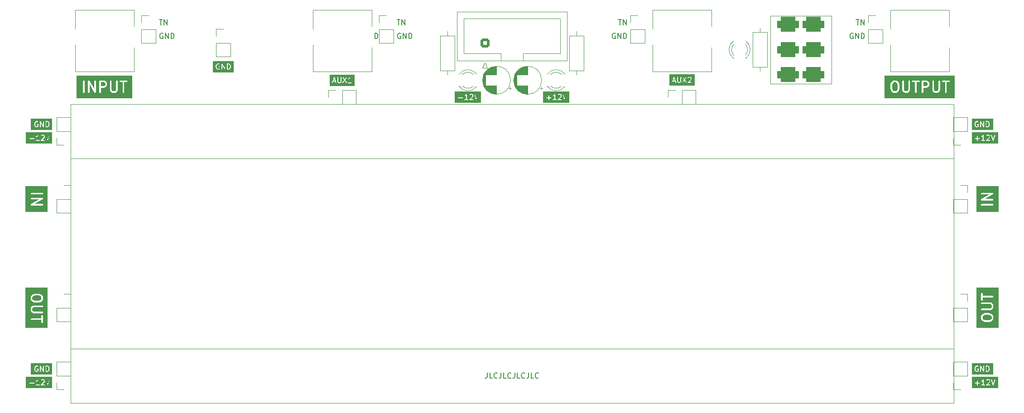
<source format=gbr>
%TF.GenerationSoftware,KiCad,Pcbnew,7.0.1*%
%TF.CreationDate,2023-12-24T20:43:31-05:00*%
%TF.ProjectId,audio_breadboard,61756469-6f5f-4627-9265-6164626f6172,rev?*%
%TF.SameCoordinates,Original*%
%TF.FileFunction,Legend,Top*%
%TF.FilePolarity,Positive*%
%FSLAX46Y46*%
G04 Gerber Fmt 4.6, Leading zero omitted, Abs format (unit mm)*
G04 Created by KiCad (PCBNEW 7.0.1) date 2023-12-24 20:43:31*
%MOMM*%
%LPD*%
G01*
G04 APERTURE LIST*
G04 Aperture macros list*
%AMRoundRect*
0 Rectangle with rounded corners*
0 $1 Rounding radius*
0 $2 $3 $4 $5 $6 $7 $8 $9 X,Y pos of 4 corners*
0 Add a 4 corners polygon primitive as box body*
4,1,4,$2,$3,$4,$5,$6,$7,$8,$9,$2,$3,0*
0 Add four circle primitives for the rounded corners*
1,1,$1+$1,$2,$3*
1,1,$1+$1,$4,$5*
1,1,$1+$1,$6,$7*
1,1,$1+$1,$8,$9*
0 Add four rect primitives between the rounded corners*
20,1,$1+$1,$2,$3,$4,$5,0*
20,1,$1+$1,$4,$5,$6,$7,0*
20,1,$1+$1,$6,$7,$8,$9,0*
20,1,$1+$1,$8,$9,$2,$3,0*%
G04 Aperture macros list end*
%ADD10C,0.150000*%
%ADD11C,0.300000*%
%ADD12C,0.120000*%
%ADD13C,0.100000*%
%ADD14R,1.700000X1.700000*%
%ADD15O,1.700000X1.700000*%
%ADD16O,1.600000X1.600000*%
%ADD17C,1.600000*%
%ADD18C,1.800000*%
%ADD19R,1.800000X1.800000*%
%ADD20O,3.500000X1.500000*%
%ADD21O,2.000000X2.500000*%
%ADD22O,2.000000X3.500000*%
%ADD23R,1.600000X1.600000*%
%ADD24C,1.700000*%
%ADD25RoundRect,0.250000X0.600000X-0.600000X0.600000X0.600000X-0.600000X0.600000X-0.600000X-0.600000X0*%
%ADD26RoundRect,0.698500X-1.333500X-0.698500X1.333500X-0.698500X1.333500X0.698500X-1.333500X0.698500X0*%
G04 APERTURE END LIST*
D10*
X130905238Y-57882619D02*
X131476666Y-57882619D01*
X131190952Y-58882619D02*
X131190952Y-57882619D01*
X131810000Y-58882619D02*
X131810000Y-57882619D01*
X131810000Y-57882619D02*
X132381428Y-58882619D01*
X132381428Y-58882619D02*
X132381428Y-57882619D01*
X125221904Y-60470238D02*
X125126666Y-60422619D01*
X125126666Y-60422619D02*
X124983809Y-60422619D01*
X124983809Y-60422619D02*
X124840952Y-60470238D01*
X124840952Y-60470238D02*
X124745714Y-60565476D01*
X124745714Y-60565476D02*
X124698095Y-60660714D01*
X124698095Y-60660714D02*
X124650476Y-60851190D01*
X124650476Y-60851190D02*
X124650476Y-60994047D01*
X124650476Y-60994047D02*
X124698095Y-61184523D01*
X124698095Y-61184523D02*
X124745714Y-61279761D01*
X124745714Y-61279761D02*
X124840952Y-61375000D01*
X124840952Y-61375000D02*
X124983809Y-61422619D01*
X124983809Y-61422619D02*
X125079047Y-61422619D01*
X125079047Y-61422619D02*
X125221904Y-61375000D01*
X125221904Y-61375000D02*
X125269523Y-61327380D01*
X125269523Y-61327380D02*
X125269523Y-60994047D01*
X125269523Y-60994047D02*
X125079047Y-60994047D01*
X125698095Y-61422619D02*
X125698095Y-60422619D01*
X125698095Y-60422619D02*
X126269523Y-61422619D01*
X126269523Y-61422619D02*
X126269523Y-60422619D01*
X126745714Y-61422619D02*
X126745714Y-60422619D01*
X126745714Y-60422619D02*
X126983809Y-60422619D01*
X126983809Y-60422619D02*
X127126666Y-60470238D01*
X127126666Y-60470238D02*
X127221904Y-60565476D01*
X127221904Y-60565476D02*
X127269523Y-60660714D01*
X127269523Y-60660714D02*
X127317142Y-60851190D01*
X127317142Y-60851190D02*
X127317142Y-60994047D01*
X127317142Y-60994047D02*
X127269523Y-61184523D01*
X127269523Y-61184523D02*
X127221904Y-61279761D01*
X127221904Y-61279761D02*
X127126666Y-61375000D01*
X127126666Y-61375000D02*
X126983809Y-61422619D01*
X126983809Y-61422619D02*
X126745714Y-61422619D01*
X86455238Y-57882619D02*
X87026666Y-57882619D01*
X86740952Y-58882619D02*
X86740952Y-57882619D01*
X87360000Y-58882619D02*
X87360000Y-57882619D01*
X87360000Y-57882619D02*
X87931428Y-58882619D01*
X87931428Y-58882619D02*
X87931428Y-57882619D01*
X87121904Y-60470238D02*
X87026666Y-60422619D01*
X87026666Y-60422619D02*
X86883809Y-60422619D01*
X86883809Y-60422619D02*
X86740952Y-60470238D01*
X86740952Y-60470238D02*
X86645714Y-60565476D01*
X86645714Y-60565476D02*
X86598095Y-60660714D01*
X86598095Y-60660714D02*
X86550476Y-60851190D01*
X86550476Y-60851190D02*
X86550476Y-60994047D01*
X86550476Y-60994047D02*
X86598095Y-61184523D01*
X86598095Y-61184523D02*
X86645714Y-61279761D01*
X86645714Y-61279761D02*
X86740952Y-61375000D01*
X86740952Y-61375000D02*
X86883809Y-61422619D01*
X86883809Y-61422619D02*
X86979047Y-61422619D01*
X86979047Y-61422619D02*
X87121904Y-61375000D01*
X87121904Y-61375000D02*
X87169523Y-61327380D01*
X87169523Y-61327380D02*
X87169523Y-60994047D01*
X87169523Y-60994047D02*
X86979047Y-60994047D01*
X87598095Y-61422619D02*
X87598095Y-60422619D01*
X87598095Y-60422619D02*
X88169523Y-61422619D01*
X88169523Y-61422619D02*
X88169523Y-60422619D01*
X88645714Y-61422619D02*
X88645714Y-60422619D01*
X88645714Y-60422619D02*
X88883809Y-60422619D01*
X88883809Y-60422619D02*
X89026666Y-60470238D01*
X89026666Y-60470238D02*
X89121904Y-60565476D01*
X89121904Y-60565476D02*
X89169523Y-60660714D01*
X89169523Y-60660714D02*
X89217142Y-60851190D01*
X89217142Y-60851190D02*
X89217142Y-60994047D01*
X89217142Y-60994047D02*
X89169523Y-61184523D01*
X89169523Y-61184523D02*
X89121904Y-61279761D01*
X89121904Y-61279761D02*
X89026666Y-61375000D01*
X89026666Y-61375000D02*
X88883809Y-61422619D01*
X88883809Y-61422619D02*
X88645714Y-61422619D01*
X131571904Y-60470238D02*
X131476666Y-60422619D01*
X131476666Y-60422619D02*
X131333809Y-60422619D01*
X131333809Y-60422619D02*
X131190952Y-60470238D01*
X131190952Y-60470238D02*
X131095714Y-60565476D01*
X131095714Y-60565476D02*
X131048095Y-60660714D01*
X131048095Y-60660714D02*
X131000476Y-60851190D01*
X131000476Y-60851190D02*
X131000476Y-60994047D01*
X131000476Y-60994047D02*
X131048095Y-61184523D01*
X131048095Y-61184523D02*
X131095714Y-61279761D01*
X131095714Y-61279761D02*
X131190952Y-61375000D01*
X131190952Y-61375000D02*
X131333809Y-61422619D01*
X131333809Y-61422619D02*
X131429047Y-61422619D01*
X131429047Y-61422619D02*
X131571904Y-61375000D01*
X131571904Y-61375000D02*
X131619523Y-61327380D01*
X131619523Y-61327380D02*
X131619523Y-60994047D01*
X131619523Y-60994047D02*
X131429047Y-60994047D01*
X132048095Y-61422619D02*
X132048095Y-60422619D01*
X132048095Y-60422619D02*
X132619523Y-61422619D01*
X132619523Y-61422619D02*
X132619523Y-60422619D01*
X133095714Y-61422619D02*
X133095714Y-60422619D01*
X133095714Y-60422619D02*
X133333809Y-60422619D01*
X133333809Y-60422619D02*
X133476666Y-60470238D01*
X133476666Y-60470238D02*
X133571904Y-60565476D01*
X133571904Y-60565476D02*
X133619523Y-60660714D01*
X133619523Y-60660714D02*
X133667142Y-60851190D01*
X133667142Y-60851190D02*
X133667142Y-60994047D01*
X133667142Y-60994047D02*
X133619523Y-61184523D01*
X133619523Y-61184523D02*
X133571904Y-61279761D01*
X133571904Y-61279761D02*
X133476666Y-61375000D01*
X133476666Y-61375000D02*
X133333809Y-61422619D01*
X133333809Y-61422619D02*
X133095714Y-61422619D01*
X172275714Y-57882619D02*
X172847142Y-57882619D01*
X172561428Y-58882619D02*
X172561428Y-57882619D01*
X173180476Y-58882619D02*
X173180476Y-57882619D01*
X173180476Y-57882619D02*
X173751904Y-58882619D01*
X173751904Y-58882619D02*
X173751904Y-57882619D01*
X216154285Y-60470238D02*
X216059047Y-60422619D01*
X216059047Y-60422619D02*
X215916190Y-60422619D01*
X215916190Y-60422619D02*
X215773333Y-60470238D01*
X215773333Y-60470238D02*
X215678095Y-60565476D01*
X215678095Y-60565476D02*
X215630476Y-60660714D01*
X215630476Y-60660714D02*
X215582857Y-60851190D01*
X215582857Y-60851190D02*
X215582857Y-60994047D01*
X215582857Y-60994047D02*
X215630476Y-61184523D01*
X215630476Y-61184523D02*
X215678095Y-61279761D01*
X215678095Y-61279761D02*
X215773333Y-61375000D01*
X215773333Y-61375000D02*
X215916190Y-61422619D01*
X215916190Y-61422619D02*
X216011428Y-61422619D01*
X216011428Y-61422619D02*
X216154285Y-61375000D01*
X216154285Y-61375000D02*
X216201904Y-61327380D01*
X216201904Y-61327380D02*
X216201904Y-60994047D01*
X216201904Y-60994047D02*
X216011428Y-60994047D01*
X216630476Y-61422619D02*
X216630476Y-60422619D01*
X216630476Y-60422619D02*
X217201904Y-61422619D01*
X217201904Y-61422619D02*
X217201904Y-60422619D01*
X217678095Y-61422619D02*
X217678095Y-60422619D01*
X217678095Y-60422619D02*
X217916190Y-60422619D01*
X217916190Y-60422619D02*
X218059047Y-60470238D01*
X218059047Y-60470238D02*
X218154285Y-60565476D01*
X218154285Y-60565476D02*
X218201904Y-60660714D01*
X218201904Y-60660714D02*
X218249523Y-60851190D01*
X218249523Y-60851190D02*
X218249523Y-60994047D01*
X218249523Y-60994047D02*
X218201904Y-61184523D01*
X218201904Y-61184523D02*
X218154285Y-61279761D01*
X218154285Y-61279761D02*
X218059047Y-61375000D01*
X218059047Y-61375000D02*
X217916190Y-61422619D01*
X217916190Y-61422619D02*
X217678095Y-61422619D01*
X147780951Y-123922619D02*
X147780951Y-124636904D01*
X147780951Y-124636904D02*
X147733332Y-124779761D01*
X147733332Y-124779761D02*
X147638094Y-124875000D01*
X147638094Y-124875000D02*
X147495237Y-124922619D01*
X147495237Y-124922619D02*
X147399999Y-124922619D01*
X148733332Y-124922619D02*
X148257142Y-124922619D01*
X148257142Y-124922619D02*
X148257142Y-123922619D01*
X149638094Y-124827380D02*
X149590475Y-124875000D01*
X149590475Y-124875000D02*
X149447618Y-124922619D01*
X149447618Y-124922619D02*
X149352380Y-124922619D01*
X149352380Y-124922619D02*
X149209523Y-124875000D01*
X149209523Y-124875000D02*
X149114285Y-124779761D01*
X149114285Y-124779761D02*
X149066666Y-124684523D01*
X149066666Y-124684523D02*
X149019047Y-124494047D01*
X149019047Y-124494047D02*
X149019047Y-124351190D01*
X149019047Y-124351190D02*
X149066666Y-124160714D01*
X149066666Y-124160714D02*
X149114285Y-124065476D01*
X149114285Y-124065476D02*
X149209523Y-123970238D01*
X149209523Y-123970238D02*
X149352380Y-123922619D01*
X149352380Y-123922619D02*
X149447618Y-123922619D01*
X149447618Y-123922619D02*
X149590475Y-123970238D01*
X149590475Y-123970238D02*
X149638094Y-124017857D01*
X150352380Y-123922619D02*
X150352380Y-124636904D01*
X150352380Y-124636904D02*
X150304761Y-124779761D01*
X150304761Y-124779761D02*
X150209523Y-124875000D01*
X150209523Y-124875000D02*
X150066666Y-124922619D01*
X150066666Y-124922619D02*
X149971428Y-124922619D01*
X151304761Y-124922619D02*
X150828571Y-124922619D01*
X150828571Y-124922619D02*
X150828571Y-123922619D01*
X152209523Y-124827380D02*
X152161904Y-124875000D01*
X152161904Y-124875000D02*
X152019047Y-124922619D01*
X152019047Y-124922619D02*
X151923809Y-124922619D01*
X151923809Y-124922619D02*
X151780952Y-124875000D01*
X151780952Y-124875000D02*
X151685714Y-124779761D01*
X151685714Y-124779761D02*
X151638095Y-124684523D01*
X151638095Y-124684523D02*
X151590476Y-124494047D01*
X151590476Y-124494047D02*
X151590476Y-124351190D01*
X151590476Y-124351190D02*
X151638095Y-124160714D01*
X151638095Y-124160714D02*
X151685714Y-124065476D01*
X151685714Y-124065476D02*
X151780952Y-123970238D01*
X151780952Y-123970238D02*
X151923809Y-123922619D01*
X151923809Y-123922619D02*
X152019047Y-123922619D01*
X152019047Y-123922619D02*
X152161904Y-123970238D01*
X152161904Y-123970238D02*
X152209523Y-124017857D01*
X152923809Y-123922619D02*
X152923809Y-124636904D01*
X152923809Y-124636904D02*
X152876190Y-124779761D01*
X152876190Y-124779761D02*
X152780952Y-124875000D01*
X152780952Y-124875000D02*
X152638095Y-124922619D01*
X152638095Y-124922619D02*
X152542857Y-124922619D01*
X153876190Y-124922619D02*
X153400000Y-124922619D01*
X153400000Y-124922619D02*
X153400000Y-123922619D01*
X154780952Y-124827380D02*
X154733333Y-124875000D01*
X154733333Y-124875000D02*
X154590476Y-124922619D01*
X154590476Y-124922619D02*
X154495238Y-124922619D01*
X154495238Y-124922619D02*
X154352381Y-124875000D01*
X154352381Y-124875000D02*
X154257143Y-124779761D01*
X154257143Y-124779761D02*
X154209524Y-124684523D01*
X154209524Y-124684523D02*
X154161905Y-124494047D01*
X154161905Y-124494047D02*
X154161905Y-124351190D01*
X154161905Y-124351190D02*
X154209524Y-124160714D01*
X154209524Y-124160714D02*
X154257143Y-124065476D01*
X154257143Y-124065476D02*
X154352381Y-123970238D01*
X154352381Y-123970238D02*
X154495238Y-123922619D01*
X154495238Y-123922619D02*
X154590476Y-123922619D01*
X154590476Y-123922619D02*
X154733333Y-123970238D01*
X154733333Y-123970238D02*
X154780952Y-124017857D01*
X155495238Y-123922619D02*
X155495238Y-124636904D01*
X155495238Y-124636904D02*
X155447619Y-124779761D01*
X155447619Y-124779761D02*
X155352381Y-124875000D01*
X155352381Y-124875000D02*
X155209524Y-124922619D01*
X155209524Y-124922619D02*
X155114286Y-124922619D01*
X156447619Y-124922619D02*
X155971429Y-124922619D01*
X155971429Y-124922619D02*
X155971429Y-123922619D01*
X157352381Y-124827380D02*
X157304762Y-124875000D01*
X157304762Y-124875000D02*
X157161905Y-124922619D01*
X157161905Y-124922619D02*
X157066667Y-124922619D01*
X157066667Y-124922619D02*
X156923810Y-124875000D01*
X156923810Y-124875000D02*
X156828572Y-124779761D01*
X156828572Y-124779761D02*
X156780953Y-124684523D01*
X156780953Y-124684523D02*
X156733334Y-124494047D01*
X156733334Y-124494047D02*
X156733334Y-124351190D01*
X156733334Y-124351190D02*
X156780953Y-124160714D01*
X156780953Y-124160714D02*
X156828572Y-124065476D01*
X156828572Y-124065476D02*
X156923810Y-123970238D01*
X156923810Y-123970238D02*
X157066667Y-123922619D01*
X157066667Y-123922619D02*
X157161905Y-123922619D01*
X157161905Y-123922619D02*
X157304762Y-123970238D01*
X157304762Y-123970238D02*
X157352381Y-124017857D01*
G36*
X65618533Y-77045790D02*
G01*
X65692645Y-77119902D01*
X65731139Y-77196888D01*
X65774523Y-77370424D01*
X65774523Y-77494813D01*
X65731139Y-77668345D01*
X65692645Y-77745334D01*
X65618533Y-77819447D01*
X65504018Y-77857619D01*
X65353095Y-77857619D01*
X65353095Y-77007619D01*
X65504020Y-77007619D01*
X65618533Y-77045790D01*
G37*
G36*
X66407857Y-78525357D02*
G01*
X62449524Y-78525357D01*
X62449524Y-77500873D01*
X63104755Y-77500873D01*
X63107857Y-77513281D01*
X63107857Y-77514829D01*
X63110461Y-77523698D01*
X63154475Y-77699753D01*
X63153545Y-77708367D01*
X63159711Y-77720700D01*
X63160330Y-77723173D01*
X63164512Y-77730300D01*
X63206807Y-77814890D01*
X63209490Y-77827222D01*
X63224119Y-77841851D01*
X63238179Y-77856967D01*
X63239597Y-77857329D01*
X63317445Y-77935178D01*
X63328724Y-77949187D01*
X63343265Y-77954034D01*
X63356718Y-77961380D01*
X63363786Y-77960874D01*
X63483553Y-78000797D01*
X63494168Y-78007619D01*
X63514847Y-78007619D01*
X63535487Y-78008365D01*
X63536746Y-78007619D01*
X63602026Y-78007619D01*
X63614253Y-78010734D01*
X63633865Y-78004196D01*
X63653688Y-77998376D01*
X63654646Y-77997269D01*
X63774170Y-77957428D01*
X63791747Y-77953605D01*
X63802588Y-77942762D01*
X63815170Y-77934019D01*
X63817877Y-77927473D01*
X63845368Y-77899980D01*
X63853092Y-77896454D01*
X63860640Y-77884708D01*
X63862561Y-77882788D01*
X63866440Y-77875683D01*
X63876904Y-77859402D01*
X63876904Y-77856521D01*
X63878284Y-77853994D01*
X63876904Y-77834705D01*
X63876904Y-77509407D01*
X63879274Y-77492923D01*
X63872354Y-77477770D01*
X63867661Y-77461787D01*
X63863348Y-77458050D01*
X63860978Y-77452859D01*
X63846961Y-77443851D01*
X63834375Y-77432945D01*
X63828728Y-77432133D01*
X63823926Y-77429047D01*
X63807264Y-77429047D01*
X63790780Y-77426677D01*
X63785590Y-77429047D01*
X63600646Y-77429047D01*
X63569168Y-77438290D01*
X63540326Y-77471576D01*
X63534058Y-77515171D01*
X63552354Y-77555235D01*
X63589406Y-77579047D01*
X63726904Y-77579047D01*
X63726904Y-77806315D01*
X63713771Y-77819447D01*
X63599256Y-77857619D01*
X63528360Y-77857619D01*
X63413845Y-77819447D01*
X63339733Y-77745333D01*
X63301240Y-77668347D01*
X63257857Y-77494813D01*
X63257857Y-77370425D01*
X63301240Y-77196891D01*
X63339735Y-77119902D01*
X63413846Y-77045790D01*
X63528361Y-77007619D01*
X63641341Y-77007619D01*
X63730387Y-77052142D01*
X63762676Y-77057952D01*
X63803359Y-77041079D01*
X63828461Y-77004889D01*
X63830014Y-76960873D01*
X63823977Y-76950709D01*
X64154432Y-76950709D01*
X64155476Y-76952536D01*
X64155476Y-77943401D01*
X64164719Y-77974879D01*
X64198005Y-78003721D01*
X64241600Y-78009989D01*
X64281664Y-77991693D01*
X64305476Y-77954641D01*
X64305476Y-77215036D01*
X64732422Y-77962193D01*
X64736147Y-77974879D01*
X64751310Y-77988018D01*
X64765778Y-78001936D01*
X64767843Y-78002343D01*
X64769433Y-78003721D01*
X64789293Y-78006576D01*
X64808988Y-78010463D01*
X64810945Y-78009689D01*
X64813028Y-78009989D01*
X64831283Y-78001652D01*
X64849949Y-77994276D01*
X64851177Y-77992567D01*
X64853092Y-77991693D01*
X64863942Y-77974808D01*
X64875657Y-77958513D01*
X64875766Y-77956410D01*
X64876904Y-77954641D01*
X64876904Y-77943743D01*
X65200725Y-77943743D01*
X65207644Y-77958895D01*
X65212338Y-77974879D01*
X65216650Y-77978615D01*
X65219021Y-77983807D01*
X65233037Y-77992814D01*
X65245624Y-78003721D01*
X65251270Y-78004532D01*
X65256073Y-78007619D01*
X65272735Y-78007619D01*
X65289219Y-78009989D01*
X65294409Y-78007619D01*
X65506788Y-78007619D01*
X65519015Y-78010734D01*
X65538627Y-78004196D01*
X65558450Y-77998376D01*
X65559408Y-77997269D01*
X65678934Y-77957427D01*
X65696508Y-77953605D01*
X65707348Y-77942764D01*
X65719932Y-77934019D01*
X65722639Y-77927472D01*
X65800669Y-77849442D01*
X65811519Y-77842999D01*
X65820769Y-77824498D01*
X65830665Y-77806375D01*
X65830560Y-77804915D01*
X65863012Y-77740012D01*
X65869324Y-77734078D01*
X65872668Y-77720700D01*
X65873808Y-77718421D01*
X65875271Y-77710288D01*
X65919290Y-77534210D01*
X65924523Y-77526069D01*
X65924523Y-77513281D01*
X65924899Y-77511777D01*
X65924523Y-77502531D01*
X65924523Y-77373533D01*
X65927625Y-77364364D01*
X65924523Y-77351956D01*
X65924523Y-77350408D01*
X65921918Y-77341538D01*
X65877904Y-77165481D01*
X65878834Y-77156870D01*
X65872668Y-77144539D01*
X65872050Y-77142064D01*
X65867862Y-77134925D01*
X65825572Y-77050345D01*
X65822890Y-77038015D01*
X65808270Y-77023395D01*
X65794201Y-77008270D01*
X65792782Y-77007907D01*
X65714933Y-76930058D01*
X65703656Y-76916051D01*
X65689114Y-76911203D01*
X65675662Y-76903858D01*
X65668594Y-76904363D01*
X65548827Y-76864441D01*
X65538212Y-76857619D01*
X65517532Y-76857619D01*
X65496893Y-76856873D01*
X65495634Y-76857619D01*
X65283455Y-76857619D01*
X65266971Y-76855249D01*
X65251818Y-76862168D01*
X65235835Y-76866862D01*
X65232098Y-76871174D01*
X65226907Y-76873545D01*
X65217899Y-76887561D01*
X65206993Y-76900148D01*
X65206181Y-76905794D01*
X65203095Y-76910597D01*
X65203095Y-76927259D01*
X65200725Y-76943743D01*
X65203095Y-76948933D01*
X65203095Y-77927259D01*
X65200725Y-77943743D01*
X64876904Y-77943743D01*
X64876904Y-77934572D01*
X64877948Y-77914529D01*
X64876904Y-77912702D01*
X64876904Y-76921837D01*
X64867661Y-76890359D01*
X64834375Y-76861517D01*
X64790780Y-76855249D01*
X64750716Y-76873545D01*
X64726904Y-76910597D01*
X64726904Y-77650202D01*
X64299957Y-76903044D01*
X64296233Y-76890359D01*
X64281069Y-76877219D01*
X64266602Y-76863302D01*
X64264536Y-76862894D01*
X64262947Y-76861517D01*
X64243086Y-76858661D01*
X64223392Y-76854775D01*
X64221434Y-76855548D01*
X64219352Y-76855249D01*
X64201096Y-76863585D01*
X64182431Y-76870962D01*
X64181202Y-76872670D01*
X64179288Y-76873545D01*
X64168437Y-76890429D01*
X64156723Y-76906725D01*
X64156613Y-76908827D01*
X64155476Y-76910597D01*
X64155476Y-76930666D01*
X64154432Y-76950709D01*
X63823977Y-76950709D01*
X63807523Y-76923004D01*
X63696198Y-76867342D01*
X63681069Y-76857619D01*
X63665739Y-76857619D01*
X63650656Y-76854905D01*
X63644112Y-76857619D01*
X63525592Y-76857619D01*
X63513364Y-76854504D01*
X63493744Y-76861043D01*
X63473930Y-76866862D01*
X63472971Y-76867968D01*
X63353442Y-76907810D01*
X63335872Y-76911633D01*
X63325033Y-76922471D01*
X63312447Y-76931219D01*
X63309738Y-76937766D01*
X63231710Y-77015794D01*
X63220861Y-77022238D01*
X63211610Y-77040738D01*
X63201715Y-77058861D01*
X63201819Y-77060321D01*
X63169367Y-77125225D01*
X63163056Y-77131160D01*
X63159711Y-77144537D01*
X63158572Y-77146817D01*
X63157108Y-77154949D01*
X63113089Y-77331026D01*
X63107857Y-77339168D01*
X63107857Y-77351956D01*
X63107481Y-77353460D01*
X63107857Y-77362706D01*
X63107857Y-77491704D01*
X63104755Y-77500873D01*
X62449524Y-77500873D01*
X62449524Y-76414643D01*
X66407857Y-76414643D01*
X66407857Y-78525357D01*
G37*
G36*
X241386152Y-77045790D02*
G01*
X241460264Y-77119902D01*
X241498758Y-77196888D01*
X241542142Y-77370424D01*
X241542142Y-77494813D01*
X241498758Y-77668345D01*
X241460264Y-77745334D01*
X241386152Y-77819447D01*
X241271637Y-77857619D01*
X241120714Y-77857619D01*
X241120714Y-77007619D01*
X241271639Y-77007619D01*
X241386152Y-77045790D01*
G37*
G36*
X242350476Y-78525357D02*
G01*
X238392143Y-78525357D01*
X238392143Y-77500873D01*
X238872374Y-77500873D01*
X238875476Y-77513281D01*
X238875476Y-77514829D01*
X238878080Y-77523698D01*
X238922094Y-77699753D01*
X238921164Y-77708367D01*
X238927330Y-77720700D01*
X238927949Y-77723173D01*
X238932131Y-77730300D01*
X238974426Y-77814890D01*
X238977109Y-77827222D01*
X238991738Y-77841851D01*
X239005798Y-77856967D01*
X239007216Y-77857329D01*
X239085064Y-77935178D01*
X239096343Y-77949187D01*
X239110884Y-77954034D01*
X239124337Y-77961380D01*
X239131405Y-77960874D01*
X239251172Y-78000797D01*
X239261787Y-78007619D01*
X239282466Y-78007619D01*
X239303106Y-78008365D01*
X239304365Y-78007619D01*
X239369645Y-78007619D01*
X239381872Y-78010734D01*
X239401484Y-78004196D01*
X239421307Y-77998376D01*
X239422265Y-77997269D01*
X239541789Y-77957428D01*
X239559366Y-77953605D01*
X239570207Y-77942762D01*
X239582789Y-77934019D01*
X239585496Y-77927473D01*
X239612987Y-77899980D01*
X239620711Y-77896454D01*
X239628259Y-77884708D01*
X239630180Y-77882788D01*
X239634059Y-77875683D01*
X239644523Y-77859402D01*
X239644523Y-77856521D01*
X239645903Y-77853994D01*
X239644523Y-77834705D01*
X239644523Y-77509407D01*
X239646893Y-77492923D01*
X239639973Y-77477770D01*
X239635280Y-77461787D01*
X239630967Y-77458050D01*
X239628597Y-77452859D01*
X239614580Y-77443851D01*
X239601994Y-77432945D01*
X239596347Y-77432133D01*
X239591545Y-77429047D01*
X239574883Y-77429047D01*
X239558399Y-77426677D01*
X239553209Y-77429047D01*
X239368265Y-77429047D01*
X239336787Y-77438290D01*
X239307945Y-77471576D01*
X239301677Y-77515171D01*
X239319973Y-77555235D01*
X239357025Y-77579047D01*
X239494523Y-77579047D01*
X239494523Y-77806315D01*
X239481390Y-77819447D01*
X239366875Y-77857619D01*
X239295979Y-77857619D01*
X239181464Y-77819447D01*
X239107352Y-77745333D01*
X239068859Y-77668347D01*
X239025476Y-77494813D01*
X239025476Y-77370425D01*
X239068859Y-77196891D01*
X239107354Y-77119902D01*
X239181465Y-77045790D01*
X239295980Y-77007619D01*
X239408960Y-77007619D01*
X239498006Y-77052142D01*
X239530295Y-77057952D01*
X239570978Y-77041079D01*
X239596080Y-77004889D01*
X239597633Y-76960873D01*
X239591596Y-76950709D01*
X239922051Y-76950709D01*
X239923095Y-76952536D01*
X239923095Y-77943401D01*
X239932338Y-77974879D01*
X239965624Y-78003721D01*
X240009219Y-78009989D01*
X240049283Y-77991693D01*
X240073095Y-77954641D01*
X240073095Y-77215036D01*
X240500041Y-77962193D01*
X240503766Y-77974879D01*
X240518929Y-77988018D01*
X240533397Y-78001936D01*
X240535462Y-78002343D01*
X240537052Y-78003721D01*
X240556912Y-78006576D01*
X240576607Y-78010463D01*
X240578564Y-78009689D01*
X240580647Y-78009989D01*
X240598902Y-78001652D01*
X240617568Y-77994276D01*
X240618796Y-77992567D01*
X240620711Y-77991693D01*
X240631561Y-77974808D01*
X240643276Y-77958513D01*
X240643385Y-77956410D01*
X240644523Y-77954641D01*
X240644523Y-77943743D01*
X240968344Y-77943743D01*
X240975263Y-77958895D01*
X240979957Y-77974879D01*
X240984269Y-77978615D01*
X240986640Y-77983807D01*
X241000656Y-77992814D01*
X241013243Y-78003721D01*
X241018889Y-78004532D01*
X241023692Y-78007619D01*
X241040354Y-78007619D01*
X241056838Y-78009989D01*
X241062028Y-78007619D01*
X241274407Y-78007619D01*
X241286634Y-78010734D01*
X241306246Y-78004196D01*
X241326069Y-77998376D01*
X241327027Y-77997269D01*
X241446553Y-77957427D01*
X241464127Y-77953605D01*
X241474967Y-77942764D01*
X241487551Y-77934019D01*
X241490258Y-77927472D01*
X241568288Y-77849442D01*
X241579138Y-77842999D01*
X241588388Y-77824498D01*
X241598284Y-77806375D01*
X241598179Y-77804915D01*
X241630631Y-77740012D01*
X241636943Y-77734078D01*
X241640287Y-77720700D01*
X241641427Y-77718421D01*
X241642890Y-77710288D01*
X241686909Y-77534210D01*
X241692142Y-77526069D01*
X241692142Y-77513281D01*
X241692518Y-77511777D01*
X241692142Y-77502531D01*
X241692142Y-77373533D01*
X241695244Y-77364364D01*
X241692142Y-77351956D01*
X241692142Y-77350408D01*
X241689537Y-77341538D01*
X241645523Y-77165481D01*
X241646453Y-77156870D01*
X241640287Y-77144539D01*
X241639669Y-77142064D01*
X241635481Y-77134925D01*
X241593191Y-77050345D01*
X241590509Y-77038015D01*
X241575889Y-77023395D01*
X241561820Y-77008270D01*
X241560401Y-77007907D01*
X241482552Y-76930058D01*
X241471275Y-76916051D01*
X241456733Y-76911203D01*
X241443281Y-76903858D01*
X241436213Y-76904363D01*
X241316446Y-76864441D01*
X241305831Y-76857619D01*
X241285151Y-76857619D01*
X241264512Y-76856873D01*
X241263253Y-76857619D01*
X241051074Y-76857619D01*
X241034590Y-76855249D01*
X241019437Y-76862168D01*
X241003454Y-76866862D01*
X240999717Y-76871174D01*
X240994526Y-76873545D01*
X240985518Y-76887561D01*
X240974612Y-76900148D01*
X240973800Y-76905794D01*
X240970714Y-76910597D01*
X240970714Y-76927259D01*
X240968344Y-76943743D01*
X240970714Y-76948933D01*
X240970714Y-77927259D01*
X240968344Y-77943743D01*
X240644523Y-77943743D01*
X240644523Y-77934572D01*
X240645567Y-77914529D01*
X240644523Y-77912702D01*
X240644523Y-76921837D01*
X240635280Y-76890359D01*
X240601994Y-76861517D01*
X240558399Y-76855249D01*
X240518335Y-76873545D01*
X240494523Y-76910597D01*
X240494523Y-77650202D01*
X240067576Y-76903044D01*
X240063852Y-76890359D01*
X240048688Y-76877219D01*
X240034221Y-76863302D01*
X240032155Y-76862894D01*
X240030566Y-76861517D01*
X240010705Y-76858661D01*
X239991011Y-76854775D01*
X239989053Y-76855548D01*
X239986971Y-76855249D01*
X239968715Y-76863585D01*
X239950050Y-76870962D01*
X239948821Y-76872670D01*
X239946907Y-76873545D01*
X239936056Y-76890429D01*
X239924342Y-76906725D01*
X239924232Y-76908827D01*
X239923095Y-76910597D01*
X239923095Y-76930666D01*
X239922051Y-76950709D01*
X239591596Y-76950709D01*
X239575142Y-76923004D01*
X239463817Y-76867342D01*
X239448688Y-76857619D01*
X239433358Y-76857619D01*
X239418275Y-76854905D01*
X239411731Y-76857619D01*
X239293211Y-76857619D01*
X239280983Y-76854504D01*
X239261363Y-76861043D01*
X239241549Y-76866862D01*
X239240590Y-76867968D01*
X239121061Y-76907810D01*
X239103491Y-76911633D01*
X239092652Y-76922471D01*
X239080066Y-76931219D01*
X239077357Y-76937766D01*
X238999329Y-77015794D01*
X238988480Y-77022238D01*
X238979229Y-77040738D01*
X238969334Y-77058861D01*
X238969438Y-77060321D01*
X238936986Y-77125225D01*
X238930675Y-77131160D01*
X238927330Y-77144537D01*
X238926191Y-77146817D01*
X238924727Y-77154949D01*
X238880708Y-77331026D01*
X238875476Y-77339168D01*
X238875476Y-77351956D01*
X238875100Y-77353460D01*
X238875476Y-77362706D01*
X238875476Y-77491704D01*
X238872374Y-77500873D01*
X238392143Y-77500873D01*
X238392143Y-76414643D01*
X242350476Y-76414643D01*
X242350476Y-78525357D01*
G37*
X171704285Y-60470238D02*
X171609047Y-60422619D01*
X171609047Y-60422619D02*
X171466190Y-60422619D01*
X171466190Y-60422619D02*
X171323333Y-60470238D01*
X171323333Y-60470238D02*
X171228095Y-60565476D01*
X171228095Y-60565476D02*
X171180476Y-60660714D01*
X171180476Y-60660714D02*
X171132857Y-60851190D01*
X171132857Y-60851190D02*
X171132857Y-60994047D01*
X171132857Y-60994047D02*
X171180476Y-61184523D01*
X171180476Y-61184523D02*
X171228095Y-61279761D01*
X171228095Y-61279761D02*
X171323333Y-61375000D01*
X171323333Y-61375000D02*
X171466190Y-61422619D01*
X171466190Y-61422619D02*
X171561428Y-61422619D01*
X171561428Y-61422619D02*
X171704285Y-61375000D01*
X171704285Y-61375000D02*
X171751904Y-61327380D01*
X171751904Y-61327380D02*
X171751904Y-60994047D01*
X171751904Y-60994047D02*
X171561428Y-60994047D01*
X172180476Y-61422619D02*
X172180476Y-60422619D01*
X172180476Y-60422619D02*
X172751904Y-61422619D01*
X172751904Y-61422619D02*
X172751904Y-60422619D01*
X173228095Y-61422619D02*
X173228095Y-60422619D01*
X173228095Y-60422619D02*
X173466190Y-60422619D01*
X173466190Y-60422619D02*
X173609047Y-60470238D01*
X173609047Y-60470238D02*
X173704285Y-60565476D01*
X173704285Y-60565476D02*
X173751904Y-60660714D01*
X173751904Y-60660714D02*
X173799523Y-60851190D01*
X173799523Y-60851190D02*
X173799523Y-60994047D01*
X173799523Y-60994047D02*
X173751904Y-61184523D01*
X173751904Y-61184523D02*
X173704285Y-61279761D01*
X173704285Y-61279761D02*
X173609047Y-61375000D01*
X173609047Y-61375000D02*
X173466190Y-61422619D01*
X173466190Y-61422619D02*
X173228095Y-61422619D01*
G36*
X241386152Y-122765790D02*
G01*
X241460264Y-122839902D01*
X241498758Y-122916888D01*
X241542142Y-123090424D01*
X241542142Y-123214813D01*
X241498758Y-123388345D01*
X241460264Y-123465334D01*
X241386152Y-123539447D01*
X241271637Y-123577619D01*
X241120714Y-123577619D01*
X241120714Y-122727619D01*
X241271639Y-122727619D01*
X241386152Y-122765790D01*
G37*
G36*
X242350476Y-124245357D02*
G01*
X238392143Y-124245357D01*
X238392143Y-123220873D01*
X238872374Y-123220873D01*
X238875476Y-123233281D01*
X238875476Y-123234829D01*
X238878080Y-123243698D01*
X238922094Y-123419753D01*
X238921164Y-123428367D01*
X238927330Y-123440700D01*
X238927949Y-123443173D01*
X238932131Y-123450300D01*
X238974426Y-123534890D01*
X238977109Y-123547222D01*
X238991738Y-123561851D01*
X239005798Y-123576967D01*
X239007216Y-123577329D01*
X239085064Y-123655178D01*
X239096343Y-123669187D01*
X239110884Y-123674034D01*
X239124337Y-123681380D01*
X239131405Y-123680874D01*
X239251172Y-123720797D01*
X239261787Y-123727619D01*
X239282466Y-123727619D01*
X239303106Y-123728365D01*
X239304365Y-123727619D01*
X239369645Y-123727619D01*
X239381872Y-123730734D01*
X239401484Y-123724196D01*
X239421307Y-123718376D01*
X239422265Y-123717269D01*
X239541789Y-123677428D01*
X239559366Y-123673605D01*
X239570207Y-123662762D01*
X239582789Y-123654019D01*
X239585496Y-123647473D01*
X239612987Y-123619980D01*
X239620711Y-123616454D01*
X239628259Y-123604708D01*
X239630180Y-123602788D01*
X239634059Y-123595683D01*
X239644523Y-123579402D01*
X239644523Y-123576521D01*
X239645903Y-123573994D01*
X239644523Y-123554705D01*
X239644523Y-123229407D01*
X239646893Y-123212923D01*
X239639973Y-123197770D01*
X239635280Y-123181787D01*
X239630967Y-123178050D01*
X239628597Y-123172859D01*
X239614580Y-123163851D01*
X239601994Y-123152945D01*
X239596347Y-123152133D01*
X239591545Y-123149047D01*
X239574883Y-123149047D01*
X239558399Y-123146677D01*
X239553209Y-123149047D01*
X239368265Y-123149047D01*
X239336787Y-123158290D01*
X239307945Y-123191576D01*
X239301677Y-123235171D01*
X239319973Y-123275235D01*
X239357025Y-123299047D01*
X239494523Y-123299047D01*
X239494523Y-123526315D01*
X239481390Y-123539447D01*
X239366875Y-123577619D01*
X239295979Y-123577619D01*
X239181464Y-123539447D01*
X239107352Y-123465333D01*
X239068859Y-123388347D01*
X239025476Y-123214813D01*
X239025476Y-123090425D01*
X239068859Y-122916891D01*
X239107354Y-122839902D01*
X239181465Y-122765790D01*
X239295980Y-122727619D01*
X239408960Y-122727619D01*
X239498006Y-122772142D01*
X239530295Y-122777952D01*
X239570978Y-122761079D01*
X239596080Y-122724889D01*
X239597633Y-122680873D01*
X239591596Y-122670709D01*
X239922051Y-122670709D01*
X239923095Y-122672536D01*
X239923095Y-123663401D01*
X239932338Y-123694879D01*
X239965624Y-123723721D01*
X240009219Y-123729989D01*
X240049283Y-123711693D01*
X240073095Y-123674641D01*
X240073095Y-122935036D01*
X240500041Y-123682193D01*
X240503766Y-123694879D01*
X240518929Y-123708018D01*
X240533397Y-123721936D01*
X240535462Y-123722343D01*
X240537052Y-123723721D01*
X240556912Y-123726576D01*
X240576607Y-123730463D01*
X240578564Y-123729689D01*
X240580647Y-123729989D01*
X240598902Y-123721652D01*
X240617568Y-123714276D01*
X240618796Y-123712567D01*
X240620711Y-123711693D01*
X240631561Y-123694808D01*
X240643276Y-123678513D01*
X240643385Y-123676410D01*
X240644523Y-123674641D01*
X240644523Y-123663743D01*
X240968344Y-123663743D01*
X240975263Y-123678895D01*
X240979957Y-123694879D01*
X240984269Y-123698615D01*
X240986640Y-123703807D01*
X241000656Y-123712814D01*
X241013243Y-123723721D01*
X241018889Y-123724532D01*
X241023692Y-123727619D01*
X241040354Y-123727619D01*
X241056838Y-123729989D01*
X241062028Y-123727619D01*
X241274407Y-123727619D01*
X241286634Y-123730734D01*
X241306246Y-123724196D01*
X241326069Y-123718376D01*
X241327027Y-123717269D01*
X241446553Y-123677427D01*
X241464127Y-123673605D01*
X241474967Y-123662764D01*
X241487551Y-123654019D01*
X241490258Y-123647472D01*
X241568288Y-123569442D01*
X241579138Y-123562999D01*
X241588388Y-123544498D01*
X241598284Y-123526375D01*
X241598179Y-123524915D01*
X241630631Y-123460012D01*
X241636943Y-123454078D01*
X241640287Y-123440700D01*
X241641427Y-123438421D01*
X241642890Y-123430288D01*
X241686909Y-123254210D01*
X241692142Y-123246069D01*
X241692142Y-123233281D01*
X241692518Y-123231777D01*
X241692142Y-123222531D01*
X241692142Y-123093533D01*
X241695244Y-123084364D01*
X241692142Y-123071956D01*
X241692142Y-123070408D01*
X241689537Y-123061538D01*
X241645523Y-122885481D01*
X241646453Y-122876870D01*
X241640287Y-122864539D01*
X241639669Y-122862064D01*
X241635481Y-122854925D01*
X241593191Y-122770345D01*
X241590509Y-122758015D01*
X241575889Y-122743395D01*
X241561820Y-122728270D01*
X241560401Y-122727907D01*
X241482552Y-122650058D01*
X241471275Y-122636051D01*
X241456733Y-122631203D01*
X241443281Y-122623858D01*
X241436213Y-122624363D01*
X241316446Y-122584441D01*
X241305831Y-122577619D01*
X241285151Y-122577619D01*
X241264512Y-122576873D01*
X241263253Y-122577619D01*
X241051074Y-122577619D01*
X241034590Y-122575249D01*
X241019437Y-122582168D01*
X241003454Y-122586862D01*
X240999717Y-122591174D01*
X240994526Y-122593545D01*
X240985518Y-122607561D01*
X240974612Y-122620148D01*
X240973800Y-122625794D01*
X240970714Y-122630597D01*
X240970714Y-122647259D01*
X240968344Y-122663743D01*
X240970714Y-122668933D01*
X240970714Y-123647259D01*
X240968344Y-123663743D01*
X240644523Y-123663743D01*
X240644523Y-123654572D01*
X240645567Y-123634529D01*
X240644523Y-123632702D01*
X240644523Y-122641837D01*
X240635280Y-122610359D01*
X240601994Y-122581517D01*
X240558399Y-122575249D01*
X240518335Y-122593545D01*
X240494523Y-122630597D01*
X240494523Y-123370202D01*
X240067576Y-122623044D01*
X240063852Y-122610359D01*
X240048688Y-122597219D01*
X240034221Y-122583302D01*
X240032155Y-122582894D01*
X240030566Y-122581517D01*
X240010705Y-122578661D01*
X239991011Y-122574775D01*
X239989053Y-122575548D01*
X239986971Y-122575249D01*
X239968715Y-122583585D01*
X239950050Y-122590962D01*
X239948821Y-122592670D01*
X239946907Y-122593545D01*
X239936056Y-122610429D01*
X239924342Y-122626725D01*
X239924232Y-122628827D01*
X239923095Y-122630597D01*
X239923095Y-122650666D01*
X239922051Y-122670709D01*
X239591596Y-122670709D01*
X239575142Y-122643004D01*
X239463817Y-122587342D01*
X239448688Y-122577619D01*
X239433358Y-122577619D01*
X239418275Y-122574905D01*
X239411731Y-122577619D01*
X239293211Y-122577619D01*
X239280983Y-122574504D01*
X239261363Y-122581043D01*
X239241549Y-122586862D01*
X239240590Y-122587968D01*
X239121061Y-122627810D01*
X239103491Y-122631633D01*
X239092652Y-122642471D01*
X239080066Y-122651219D01*
X239077357Y-122657766D01*
X238999329Y-122735794D01*
X238988480Y-122742238D01*
X238979229Y-122760738D01*
X238969334Y-122778861D01*
X238969438Y-122780321D01*
X238936986Y-122845225D01*
X238930675Y-122851160D01*
X238927330Y-122864537D01*
X238926191Y-122866817D01*
X238924727Y-122874949D01*
X238880708Y-123051026D01*
X238875476Y-123059168D01*
X238875476Y-123071956D01*
X238875100Y-123073460D01*
X238875476Y-123082706D01*
X238875476Y-123211704D01*
X238872374Y-123220873D01*
X238392143Y-123220873D01*
X238392143Y-122134643D01*
X242350476Y-122134643D01*
X242350476Y-124245357D01*
G37*
X216725714Y-57882619D02*
X217297142Y-57882619D01*
X217011428Y-58882619D02*
X217011428Y-57882619D01*
X217630476Y-58882619D02*
X217630476Y-57882619D01*
X217630476Y-57882619D02*
X218201904Y-58882619D01*
X218201904Y-58882619D02*
X218201904Y-57882619D01*
G36*
X65618533Y-122765790D02*
G01*
X65692645Y-122839902D01*
X65731139Y-122916888D01*
X65774523Y-123090424D01*
X65774523Y-123214813D01*
X65731139Y-123388345D01*
X65692645Y-123465334D01*
X65618533Y-123539447D01*
X65504018Y-123577619D01*
X65353095Y-123577619D01*
X65353095Y-122727619D01*
X65504020Y-122727619D01*
X65618533Y-122765790D01*
G37*
G36*
X66407857Y-124245357D02*
G01*
X62449524Y-124245357D01*
X62449524Y-123220873D01*
X63104755Y-123220873D01*
X63107857Y-123233281D01*
X63107857Y-123234829D01*
X63110461Y-123243698D01*
X63154475Y-123419753D01*
X63153545Y-123428367D01*
X63159711Y-123440700D01*
X63160330Y-123443173D01*
X63164512Y-123450300D01*
X63206807Y-123534890D01*
X63209490Y-123547222D01*
X63224119Y-123561851D01*
X63238179Y-123576967D01*
X63239597Y-123577329D01*
X63317445Y-123655178D01*
X63328724Y-123669187D01*
X63343265Y-123674034D01*
X63356718Y-123681380D01*
X63363786Y-123680874D01*
X63483553Y-123720797D01*
X63494168Y-123727619D01*
X63514847Y-123727619D01*
X63535487Y-123728365D01*
X63536746Y-123727619D01*
X63602026Y-123727619D01*
X63614253Y-123730734D01*
X63633865Y-123724196D01*
X63653688Y-123718376D01*
X63654646Y-123717269D01*
X63774170Y-123677428D01*
X63791747Y-123673605D01*
X63802588Y-123662762D01*
X63815170Y-123654019D01*
X63817877Y-123647473D01*
X63845368Y-123619980D01*
X63853092Y-123616454D01*
X63860640Y-123604708D01*
X63862561Y-123602788D01*
X63866440Y-123595683D01*
X63876904Y-123579402D01*
X63876904Y-123576521D01*
X63878284Y-123573994D01*
X63876904Y-123554705D01*
X63876904Y-123229407D01*
X63879274Y-123212923D01*
X63872354Y-123197770D01*
X63867661Y-123181787D01*
X63863348Y-123178050D01*
X63860978Y-123172859D01*
X63846961Y-123163851D01*
X63834375Y-123152945D01*
X63828728Y-123152133D01*
X63823926Y-123149047D01*
X63807264Y-123149047D01*
X63790780Y-123146677D01*
X63785590Y-123149047D01*
X63600646Y-123149047D01*
X63569168Y-123158290D01*
X63540326Y-123191576D01*
X63534058Y-123235171D01*
X63552354Y-123275235D01*
X63589406Y-123299047D01*
X63726904Y-123299047D01*
X63726904Y-123526315D01*
X63713771Y-123539447D01*
X63599256Y-123577619D01*
X63528360Y-123577619D01*
X63413845Y-123539447D01*
X63339733Y-123465333D01*
X63301240Y-123388347D01*
X63257857Y-123214813D01*
X63257857Y-123090425D01*
X63301240Y-122916891D01*
X63339735Y-122839902D01*
X63413846Y-122765790D01*
X63528361Y-122727619D01*
X63641341Y-122727619D01*
X63730387Y-122772142D01*
X63762676Y-122777952D01*
X63803359Y-122761079D01*
X63828461Y-122724889D01*
X63830014Y-122680873D01*
X63823977Y-122670709D01*
X64154432Y-122670709D01*
X64155476Y-122672536D01*
X64155476Y-123663401D01*
X64164719Y-123694879D01*
X64198005Y-123723721D01*
X64241600Y-123729989D01*
X64281664Y-123711693D01*
X64305476Y-123674641D01*
X64305476Y-122935036D01*
X64732422Y-123682193D01*
X64736147Y-123694879D01*
X64751310Y-123708018D01*
X64765778Y-123721936D01*
X64767843Y-123722343D01*
X64769433Y-123723721D01*
X64789293Y-123726576D01*
X64808988Y-123730463D01*
X64810945Y-123729689D01*
X64813028Y-123729989D01*
X64831283Y-123721652D01*
X64849949Y-123714276D01*
X64851177Y-123712567D01*
X64853092Y-123711693D01*
X64863942Y-123694808D01*
X64875657Y-123678513D01*
X64875766Y-123676410D01*
X64876904Y-123674641D01*
X64876904Y-123663743D01*
X65200725Y-123663743D01*
X65207644Y-123678895D01*
X65212338Y-123694879D01*
X65216650Y-123698615D01*
X65219021Y-123703807D01*
X65233037Y-123712814D01*
X65245624Y-123723721D01*
X65251270Y-123724532D01*
X65256073Y-123727619D01*
X65272735Y-123727619D01*
X65289219Y-123729989D01*
X65294409Y-123727619D01*
X65506788Y-123727619D01*
X65519015Y-123730734D01*
X65538627Y-123724196D01*
X65558450Y-123718376D01*
X65559408Y-123717269D01*
X65678934Y-123677427D01*
X65696508Y-123673605D01*
X65707348Y-123662764D01*
X65719932Y-123654019D01*
X65722639Y-123647472D01*
X65800669Y-123569442D01*
X65811519Y-123562999D01*
X65820769Y-123544498D01*
X65830665Y-123526375D01*
X65830560Y-123524915D01*
X65863012Y-123460012D01*
X65869324Y-123454078D01*
X65872668Y-123440700D01*
X65873808Y-123438421D01*
X65875271Y-123430288D01*
X65919290Y-123254210D01*
X65924523Y-123246069D01*
X65924523Y-123233281D01*
X65924899Y-123231777D01*
X65924523Y-123222531D01*
X65924523Y-123093533D01*
X65927625Y-123084364D01*
X65924523Y-123071956D01*
X65924523Y-123070408D01*
X65921918Y-123061538D01*
X65877904Y-122885481D01*
X65878834Y-122876870D01*
X65872668Y-122864539D01*
X65872050Y-122862064D01*
X65867862Y-122854925D01*
X65825572Y-122770345D01*
X65822890Y-122758015D01*
X65808270Y-122743395D01*
X65794201Y-122728270D01*
X65792782Y-122727907D01*
X65714933Y-122650058D01*
X65703656Y-122636051D01*
X65689114Y-122631203D01*
X65675662Y-122623858D01*
X65668594Y-122624363D01*
X65548827Y-122584441D01*
X65538212Y-122577619D01*
X65517532Y-122577619D01*
X65496893Y-122576873D01*
X65495634Y-122577619D01*
X65283455Y-122577619D01*
X65266971Y-122575249D01*
X65251818Y-122582168D01*
X65235835Y-122586862D01*
X65232098Y-122591174D01*
X65226907Y-122593545D01*
X65217899Y-122607561D01*
X65206993Y-122620148D01*
X65206181Y-122625794D01*
X65203095Y-122630597D01*
X65203095Y-122647259D01*
X65200725Y-122663743D01*
X65203095Y-122668933D01*
X65203095Y-123647259D01*
X65200725Y-123663743D01*
X64876904Y-123663743D01*
X64876904Y-123654572D01*
X64877948Y-123634529D01*
X64876904Y-123632702D01*
X64876904Y-122641837D01*
X64867661Y-122610359D01*
X64834375Y-122581517D01*
X64790780Y-122575249D01*
X64750716Y-122593545D01*
X64726904Y-122630597D01*
X64726904Y-123370202D01*
X64299957Y-122623044D01*
X64296233Y-122610359D01*
X64281069Y-122597219D01*
X64266602Y-122583302D01*
X64264536Y-122582894D01*
X64262947Y-122581517D01*
X64243086Y-122578661D01*
X64223392Y-122574775D01*
X64221434Y-122575548D01*
X64219352Y-122575249D01*
X64201096Y-122583585D01*
X64182431Y-122590962D01*
X64181202Y-122592670D01*
X64179288Y-122593545D01*
X64168437Y-122610429D01*
X64156723Y-122626725D01*
X64156613Y-122628827D01*
X64155476Y-122630597D01*
X64155476Y-122650666D01*
X64154432Y-122670709D01*
X63823977Y-122670709D01*
X63807523Y-122643004D01*
X63696198Y-122587342D01*
X63681069Y-122577619D01*
X63665739Y-122577619D01*
X63650656Y-122574905D01*
X63644112Y-122577619D01*
X63525592Y-122577619D01*
X63513364Y-122574504D01*
X63493744Y-122581043D01*
X63473930Y-122586862D01*
X63472971Y-122587968D01*
X63353442Y-122627810D01*
X63335872Y-122631633D01*
X63325033Y-122642471D01*
X63312447Y-122651219D01*
X63309738Y-122657766D01*
X63231710Y-122735794D01*
X63220861Y-122742238D01*
X63211610Y-122760738D01*
X63201715Y-122778861D01*
X63201819Y-122780321D01*
X63169367Y-122845225D01*
X63163056Y-122851160D01*
X63159711Y-122864537D01*
X63158572Y-122866817D01*
X63157108Y-122874949D01*
X63113089Y-123051026D01*
X63107857Y-123059168D01*
X63107857Y-123071956D01*
X63107481Y-123073460D01*
X63107857Y-123082706D01*
X63107857Y-123211704D01*
X63104755Y-123220873D01*
X62449524Y-123220873D01*
X62449524Y-122134643D01*
X66407857Y-122134643D01*
X66407857Y-124245357D01*
G37*
%TO.C,J18*%
G36*
X99527343Y-66250790D02*
G01*
X99601455Y-66324902D01*
X99639949Y-66401888D01*
X99683333Y-66575424D01*
X99683333Y-66699813D01*
X99639949Y-66873345D01*
X99601455Y-66950334D01*
X99527343Y-67024447D01*
X99412828Y-67062619D01*
X99261905Y-67062619D01*
X99261905Y-66212619D01*
X99412830Y-66212619D01*
X99527343Y-66250790D01*
G37*
G36*
X100404167Y-67730357D02*
G01*
X96445834Y-67730357D01*
X96445834Y-66705873D01*
X97013565Y-66705873D01*
X97016667Y-66718281D01*
X97016667Y-66719829D01*
X97019271Y-66728698D01*
X97063285Y-66904753D01*
X97062355Y-66913367D01*
X97068521Y-66925700D01*
X97069140Y-66928173D01*
X97073322Y-66935300D01*
X97115617Y-67019890D01*
X97118300Y-67032222D01*
X97132929Y-67046851D01*
X97146989Y-67061967D01*
X97148407Y-67062329D01*
X97226255Y-67140178D01*
X97237534Y-67154187D01*
X97252075Y-67159034D01*
X97265528Y-67166380D01*
X97272596Y-67165874D01*
X97392363Y-67205797D01*
X97402978Y-67212619D01*
X97423657Y-67212619D01*
X97444297Y-67213365D01*
X97445556Y-67212619D01*
X97510836Y-67212619D01*
X97523063Y-67215734D01*
X97542675Y-67209196D01*
X97562498Y-67203376D01*
X97563456Y-67202269D01*
X97682980Y-67162428D01*
X97700557Y-67158605D01*
X97711398Y-67147762D01*
X97723980Y-67139019D01*
X97726687Y-67132473D01*
X97754178Y-67104980D01*
X97761902Y-67101454D01*
X97769450Y-67089708D01*
X97771371Y-67087788D01*
X97775250Y-67080683D01*
X97785714Y-67064402D01*
X97785714Y-67061521D01*
X97787094Y-67058994D01*
X97785714Y-67039705D01*
X97785714Y-66714407D01*
X97788084Y-66697923D01*
X97781164Y-66682770D01*
X97776471Y-66666787D01*
X97772158Y-66663050D01*
X97769788Y-66657859D01*
X97755771Y-66648851D01*
X97743185Y-66637945D01*
X97737538Y-66637133D01*
X97732736Y-66634047D01*
X97716074Y-66634047D01*
X97699590Y-66631677D01*
X97694400Y-66634047D01*
X97509456Y-66634047D01*
X97477978Y-66643290D01*
X97449136Y-66676576D01*
X97442868Y-66720171D01*
X97461164Y-66760235D01*
X97498216Y-66784047D01*
X97635714Y-66784047D01*
X97635714Y-67011315D01*
X97622581Y-67024447D01*
X97508066Y-67062619D01*
X97437170Y-67062619D01*
X97322655Y-67024447D01*
X97248543Y-66950333D01*
X97210050Y-66873347D01*
X97166667Y-66699813D01*
X97166667Y-66575425D01*
X97210050Y-66401891D01*
X97248545Y-66324902D01*
X97322656Y-66250790D01*
X97437171Y-66212619D01*
X97550151Y-66212619D01*
X97639197Y-66257142D01*
X97671486Y-66262952D01*
X97712169Y-66246079D01*
X97737271Y-66209889D01*
X97738824Y-66165873D01*
X97732787Y-66155709D01*
X98063242Y-66155709D01*
X98064286Y-66157536D01*
X98064286Y-67148401D01*
X98073529Y-67179879D01*
X98106815Y-67208721D01*
X98150410Y-67214989D01*
X98190474Y-67196693D01*
X98214286Y-67159641D01*
X98214286Y-66420036D01*
X98641232Y-67167193D01*
X98644957Y-67179879D01*
X98660120Y-67193018D01*
X98674588Y-67206936D01*
X98676653Y-67207343D01*
X98678243Y-67208721D01*
X98698103Y-67211576D01*
X98717798Y-67215463D01*
X98719755Y-67214689D01*
X98721838Y-67214989D01*
X98740093Y-67206652D01*
X98758759Y-67199276D01*
X98759987Y-67197567D01*
X98761902Y-67196693D01*
X98772752Y-67179808D01*
X98784467Y-67163513D01*
X98784576Y-67161410D01*
X98785714Y-67159641D01*
X98785714Y-67148743D01*
X99109535Y-67148743D01*
X99116454Y-67163895D01*
X99121148Y-67179879D01*
X99125460Y-67183615D01*
X99127831Y-67188807D01*
X99141847Y-67197814D01*
X99154434Y-67208721D01*
X99160080Y-67209532D01*
X99164883Y-67212619D01*
X99181545Y-67212619D01*
X99198029Y-67214989D01*
X99203219Y-67212619D01*
X99415598Y-67212619D01*
X99427825Y-67215734D01*
X99447437Y-67209196D01*
X99467260Y-67203376D01*
X99468218Y-67202269D01*
X99587744Y-67162427D01*
X99605318Y-67158605D01*
X99616158Y-67147764D01*
X99628742Y-67139019D01*
X99631449Y-67132472D01*
X99709479Y-67054442D01*
X99720329Y-67047999D01*
X99729579Y-67029498D01*
X99739475Y-67011375D01*
X99739370Y-67009915D01*
X99771822Y-66945012D01*
X99778134Y-66939078D01*
X99781478Y-66925700D01*
X99782618Y-66923421D01*
X99784081Y-66915288D01*
X99828100Y-66739210D01*
X99833333Y-66731069D01*
X99833333Y-66718281D01*
X99833709Y-66716777D01*
X99833333Y-66707531D01*
X99833333Y-66578533D01*
X99836435Y-66569364D01*
X99833333Y-66556956D01*
X99833333Y-66555408D01*
X99830728Y-66546538D01*
X99786714Y-66370481D01*
X99787644Y-66361870D01*
X99781478Y-66349539D01*
X99780860Y-66347064D01*
X99776672Y-66339925D01*
X99734382Y-66255345D01*
X99731700Y-66243015D01*
X99717080Y-66228395D01*
X99703011Y-66213270D01*
X99701592Y-66212907D01*
X99623743Y-66135058D01*
X99612466Y-66121051D01*
X99597924Y-66116203D01*
X99584472Y-66108858D01*
X99577404Y-66109363D01*
X99457637Y-66069441D01*
X99447022Y-66062619D01*
X99426342Y-66062619D01*
X99405703Y-66061873D01*
X99404444Y-66062619D01*
X99192265Y-66062619D01*
X99175781Y-66060249D01*
X99160628Y-66067168D01*
X99144645Y-66071862D01*
X99140908Y-66076174D01*
X99135717Y-66078545D01*
X99126709Y-66092561D01*
X99115803Y-66105148D01*
X99114991Y-66110794D01*
X99111905Y-66115597D01*
X99111905Y-66132259D01*
X99109535Y-66148743D01*
X99111905Y-66153933D01*
X99111905Y-67132259D01*
X99109535Y-67148743D01*
X98785714Y-67148743D01*
X98785714Y-67139572D01*
X98786758Y-67119529D01*
X98785714Y-67117702D01*
X98785714Y-66126837D01*
X98776471Y-66095359D01*
X98743185Y-66066517D01*
X98699590Y-66060249D01*
X98659526Y-66078545D01*
X98635714Y-66115597D01*
X98635714Y-66855202D01*
X98208767Y-66108044D01*
X98205043Y-66095359D01*
X98189879Y-66082219D01*
X98175412Y-66068302D01*
X98173346Y-66067894D01*
X98171757Y-66066517D01*
X98151896Y-66063661D01*
X98132202Y-66059775D01*
X98130244Y-66060548D01*
X98128162Y-66060249D01*
X98109906Y-66068585D01*
X98091241Y-66075962D01*
X98090012Y-66077670D01*
X98088098Y-66078545D01*
X98077247Y-66095429D01*
X98065533Y-66111725D01*
X98065423Y-66113827D01*
X98064286Y-66115597D01*
X98064286Y-66135666D01*
X98063242Y-66155709D01*
X97732787Y-66155709D01*
X97716333Y-66128004D01*
X97605008Y-66072342D01*
X97589879Y-66062619D01*
X97574549Y-66062619D01*
X97559466Y-66059905D01*
X97552922Y-66062619D01*
X97434402Y-66062619D01*
X97422174Y-66059504D01*
X97402554Y-66066043D01*
X97382740Y-66071862D01*
X97381781Y-66072968D01*
X97262252Y-66112810D01*
X97244682Y-66116633D01*
X97233843Y-66127471D01*
X97221257Y-66136219D01*
X97218548Y-66142766D01*
X97140520Y-66220794D01*
X97129671Y-66227238D01*
X97120420Y-66245738D01*
X97110525Y-66263861D01*
X97110629Y-66265321D01*
X97078177Y-66330225D01*
X97071866Y-66336160D01*
X97068521Y-66349537D01*
X97067382Y-66351817D01*
X97065918Y-66359949D01*
X97021899Y-66536026D01*
X97016667Y-66544168D01*
X97016667Y-66556956D01*
X97016291Y-66558460D01*
X97016667Y-66567706D01*
X97016667Y-66696704D01*
X97013565Y-66705873D01*
X96445834Y-66705873D01*
X96445834Y-65619643D01*
X100404167Y-65619643D01*
X100404167Y-67730357D01*
G37*
D11*
%TO.C,J12*%
G36*
X64212359Y-109514491D02*
G01*
X64356245Y-109658377D01*
X64424761Y-109795408D01*
X64424761Y-110105541D01*
X64356244Y-110242575D01*
X64212360Y-110386458D01*
X63889631Y-110467142D01*
X63259893Y-110467142D01*
X62937163Y-110386459D01*
X62793278Y-110242574D01*
X62724761Y-110105541D01*
X62724761Y-109795410D01*
X62793277Y-109658377D01*
X62937163Y-109514491D01*
X63259892Y-109433809D01*
X63889630Y-109433809D01*
X64212359Y-109514491D01*
G37*
G36*
X65610714Y-115527857D02*
G01*
X61389286Y-115527857D01*
X61389286Y-113877486D01*
X62420019Y-113877486D01*
X62456612Y-113957613D01*
X62530717Y-114005237D01*
X64424761Y-114005237D01*
X64424761Y-114448234D01*
X64443245Y-114511186D01*
X64509818Y-114568871D01*
X64597010Y-114581408D01*
X64677137Y-114544815D01*
X64724761Y-114470710D01*
X64724761Y-113865968D01*
X64729503Y-113832988D01*
X64724761Y-113822605D01*
X64724761Y-113262241D01*
X64706277Y-113199289D01*
X64639704Y-113141604D01*
X64552512Y-113129067D01*
X64472385Y-113165660D01*
X64424761Y-113239765D01*
X64424761Y-113705237D01*
X62553193Y-113705237D01*
X62490241Y-113723721D01*
X62432556Y-113790294D01*
X62420019Y-113877486D01*
X61389286Y-113877486D01*
X61389286Y-111872018D01*
X62419331Y-111872018D01*
X62424761Y-111885110D01*
X62424761Y-112228115D01*
X62420900Y-112263879D01*
X62434608Y-112291294D01*
X62443245Y-112320710D01*
X62453956Y-112329991D01*
X62527424Y-112476925D01*
X62532790Y-112501588D01*
X62562016Y-112530814D01*
X62590168Y-112561079D01*
X62593006Y-112561804D01*
X62645873Y-112614671D01*
X62658762Y-112636371D01*
X62695714Y-112654847D01*
X62732007Y-112674665D01*
X62734931Y-112674455D01*
X62881411Y-112747696D01*
X62911670Y-112767142D01*
X62942321Y-112767142D01*
X62972496Y-112772572D01*
X62985588Y-112767142D01*
X64596329Y-112767142D01*
X64659281Y-112748658D01*
X64716966Y-112682085D01*
X64729503Y-112594893D01*
X64692910Y-112514766D01*
X64618805Y-112467142D01*
X62991125Y-112467142D01*
X62854091Y-112398625D01*
X62793278Y-112337812D01*
X62724761Y-112200779D01*
X62724761Y-111890648D01*
X62793277Y-111753615D01*
X62854092Y-111692800D01*
X62991123Y-111624285D01*
X64596329Y-111624285D01*
X64659281Y-111605801D01*
X64716966Y-111539228D01*
X64729503Y-111452036D01*
X64692910Y-111371909D01*
X64618805Y-111324285D01*
X62963790Y-111324285D01*
X62928026Y-111320424D01*
X62900610Y-111334131D01*
X62871194Y-111342769D01*
X62861912Y-111353480D01*
X62714976Y-111426948D01*
X62690316Y-111432313D01*
X62661104Y-111461524D01*
X62630825Y-111489690D01*
X62630098Y-111492530D01*
X62577233Y-111545395D01*
X62555533Y-111558284D01*
X62537050Y-111595248D01*
X62517239Y-111631530D01*
X62517448Y-111634453D01*
X62444209Y-111780930D01*
X62424761Y-111811193D01*
X62424761Y-111841846D01*
X62419331Y-111872018D01*
X61389286Y-111872018D01*
X61389286Y-109776780D01*
X62419331Y-109776780D01*
X62424761Y-109789872D01*
X62424761Y-110132877D01*
X62420900Y-110168641D01*
X62434608Y-110196056D01*
X62443245Y-110225472D01*
X62453956Y-110234753D01*
X62527424Y-110381687D01*
X62532790Y-110406350D01*
X62562016Y-110435576D01*
X62590168Y-110465841D01*
X62593006Y-110466566D01*
X62752778Y-110626338D01*
X62781367Y-110656743D01*
X62805450Y-110662763D01*
X62827245Y-110674665D01*
X62847313Y-110673229D01*
X63181098Y-110756675D01*
X63197384Y-110767142D01*
X63222963Y-110767142D01*
X63225971Y-110767894D01*
X63244476Y-110767142D01*
X63883407Y-110767142D01*
X63901746Y-110773346D01*
X63926562Y-110767142D01*
X63929663Y-110767142D01*
X63947437Y-110761923D01*
X64323162Y-110667991D01*
X64363969Y-110659114D01*
X64381525Y-110641557D01*
X64402940Y-110628994D01*
X64412032Y-110611050D01*
X64572290Y-110450792D01*
X64593990Y-110437904D01*
X64612466Y-110400951D01*
X64632284Y-110364659D01*
X64632074Y-110361734D01*
X64705315Y-110215254D01*
X64724761Y-110184996D01*
X64724761Y-110154345D01*
X64730191Y-110124170D01*
X64724761Y-110111078D01*
X64724761Y-109768075D01*
X64728622Y-109732311D01*
X64714914Y-109704895D01*
X64706277Y-109675479D01*
X64695565Y-109666197D01*
X64622097Y-109519261D01*
X64616733Y-109494601D01*
X64587521Y-109465389D01*
X64559356Y-109435110D01*
X64556515Y-109434383D01*
X64396744Y-109274612D01*
X64368156Y-109244208D01*
X64344073Y-109238187D01*
X64322278Y-109226286D01*
X64302209Y-109227721D01*
X63968425Y-109144275D01*
X63952139Y-109133809D01*
X63926559Y-109133809D01*
X63923551Y-109133057D01*
X63905046Y-109133809D01*
X63266115Y-109133809D01*
X63247776Y-109127605D01*
X63222960Y-109133809D01*
X63219860Y-109133809D01*
X63202090Y-109139026D01*
X62826360Y-109232959D01*
X62785554Y-109241837D01*
X62767998Y-109259392D01*
X62746582Y-109271957D01*
X62737488Y-109289902D01*
X62577233Y-109450157D01*
X62555533Y-109463046D01*
X62537050Y-109500010D01*
X62517239Y-109536292D01*
X62517448Y-109539215D01*
X62444209Y-109685692D01*
X62424761Y-109715955D01*
X62424761Y-109746608D01*
X62419331Y-109776780D01*
X61389286Y-109776780D01*
X61389286Y-107992143D01*
X65610714Y-107992143D01*
X65610714Y-115527857D01*
G37*
D10*
%TO.C,D1*%
G36*
X163110357Y-73445357D02*
G01*
X158199643Y-73445357D01*
X158199643Y-72482790D01*
X158815725Y-72482790D01*
X158834021Y-72522854D01*
X158871073Y-72546666D01*
X159199047Y-72546666D01*
X159199047Y-72863401D01*
X159208290Y-72894879D01*
X159241576Y-72923721D01*
X159285171Y-72929989D01*
X159325235Y-72911693D01*
X159349047Y-72874641D01*
X159349047Y-72546666D01*
X159665782Y-72546666D01*
X159697260Y-72537423D01*
X159726102Y-72504137D01*
X159732370Y-72460542D01*
X159714074Y-72420478D01*
X159677022Y-72396666D01*
X159349047Y-72396666D01*
X159349047Y-72141088D01*
X160005454Y-72141088D01*
X160019344Y-72182884D01*
X160053626Y-72210536D01*
X160097415Y-72215264D01*
X160203938Y-72162001D01*
X160216270Y-72159319D01*
X160230897Y-72144691D01*
X160246015Y-72130630D01*
X160246377Y-72129211D01*
X160294285Y-72081304D01*
X160294285Y-72777619D01*
X160072789Y-72777619D01*
X160041311Y-72786862D01*
X160012469Y-72820148D01*
X160006201Y-72863743D01*
X160024497Y-72903807D01*
X160061549Y-72927619D01*
X160363925Y-72927619D01*
X160380409Y-72929989D01*
X160385599Y-72927619D01*
X160665781Y-72927619D01*
X160697259Y-72918376D01*
X160726101Y-72885090D01*
X160729170Y-72863743D01*
X160910963Y-72863743D01*
X160914490Y-72871466D01*
X160915096Y-72879935D01*
X160923459Y-72891107D01*
X160929259Y-72903807D01*
X160936402Y-72908397D01*
X160941490Y-72915194D01*
X160954566Y-72920071D01*
X160966311Y-72927619D01*
X160974802Y-72927619D01*
X160982757Y-72930586D01*
X160996396Y-72927619D01*
X161618162Y-72927619D01*
X161649640Y-72918376D01*
X161678482Y-72885090D01*
X161684750Y-72841495D01*
X161666454Y-72801431D01*
X161629402Y-72777619D01*
X161169399Y-72777619D01*
X161609939Y-72337077D01*
X161623948Y-72325799D01*
X161628795Y-72311257D01*
X161636141Y-72297805D01*
X161635635Y-72290737D01*
X161675558Y-72170969D01*
X161682380Y-72160355D01*
X161682380Y-72139676D01*
X161683126Y-72119036D01*
X161682380Y-72117777D01*
X161682380Y-72047126D01*
X161684310Y-72029251D01*
X161677455Y-72015541D01*
X161673137Y-72000835D01*
X161667782Y-71996195D01*
X161631048Y-71922726D01*
X161628366Y-71910396D01*
X161613746Y-71895776D01*
X161599677Y-71880651D01*
X161598258Y-71880288D01*
X161573414Y-71855444D01*
X161814980Y-71855444D01*
X162150987Y-72863468D01*
X162150682Y-72871916D01*
X162157814Y-72883949D01*
X162158686Y-72886564D01*
X162163294Y-72893195D01*
X162173139Y-72909804D01*
X162175745Y-72911110D01*
X162177409Y-72913504D01*
X162195251Y-72920884D01*
X162212515Y-72929536D01*
X162215414Y-72929225D01*
X162218108Y-72930340D01*
X162237095Y-72926905D01*
X162256308Y-72924849D01*
X162258581Y-72923018D01*
X162261448Y-72922500D01*
X162275566Y-72909343D01*
X162290615Y-72897228D01*
X162291537Y-72894461D01*
X162293670Y-72892474D01*
X162298436Y-72873763D01*
X162634322Y-71866108D01*
X162635507Y-71833322D01*
X162613050Y-71795434D01*
X162573674Y-71775702D01*
X162529880Y-71780390D01*
X162495574Y-71808010D01*
X162226428Y-72615447D01*
X161960837Y-71818673D01*
X161942114Y-71791733D01*
X161901415Y-71774897D01*
X161858075Y-71782737D01*
X161825853Y-71812764D01*
X161814980Y-71855444D01*
X161573414Y-71855444D01*
X161571823Y-71853853D01*
X161565380Y-71843004D01*
X161546879Y-71833753D01*
X161528757Y-71823858D01*
X161527296Y-71823962D01*
X161454055Y-71787342D01*
X161438926Y-71777619D01*
X161423596Y-71777619D01*
X161408513Y-71774905D01*
X161401969Y-71777619D01*
X161182840Y-71777619D01*
X161164965Y-71775689D01*
X161151255Y-71782543D01*
X161136549Y-71786862D01*
X161131909Y-71792216D01*
X161058440Y-71828950D01*
X161046110Y-71831633D01*
X161031490Y-71846252D01*
X161016365Y-71860322D01*
X161016002Y-71861740D01*
X160975295Y-71902448D01*
X160959572Y-71931242D01*
X160962715Y-71975173D01*
X160989109Y-72010432D01*
X161030376Y-72025824D01*
X161073413Y-72016462D01*
X161127997Y-71961877D01*
X161196513Y-71927619D01*
X161399198Y-71927619D01*
X161467716Y-71961878D01*
X161498121Y-71992283D01*
X161532380Y-72060799D01*
X161532380Y-72126163D01*
X161494208Y-72240676D01*
X160948834Y-72786050D01*
X160946073Y-72786862D01*
X160933410Y-72801475D01*
X160927676Y-72807210D01*
X160926371Y-72809599D01*
X160917231Y-72820148D01*
X160916022Y-72828550D01*
X160911953Y-72836004D01*
X160912949Y-72849928D01*
X160910963Y-72863743D01*
X160729170Y-72863743D01*
X160732369Y-72841495D01*
X160714073Y-72801431D01*
X160677021Y-72777619D01*
X160444285Y-72777619D01*
X160444285Y-71864045D01*
X160447440Y-71853932D01*
X160444285Y-71842479D01*
X160444285Y-71841837D01*
X160441426Y-71832102D01*
X160435743Y-71811470D01*
X160435234Y-71811014D01*
X160435042Y-71810359D01*
X160418882Y-71796357D01*
X160402947Y-71782073D01*
X160402272Y-71781964D01*
X160401756Y-71781517D01*
X160380608Y-71778476D01*
X160359463Y-71775072D01*
X160358835Y-71775345D01*
X160358161Y-71775249D01*
X160338727Y-71784123D01*
X160319097Y-71792693D01*
X160318718Y-71793261D01*
X160318097Y-71793545D01*
X160306531Y-71811541D01*
X160215762Y-71947694D01*
X160134381Y-72029075D01*
X160040386Y-72076073D01*
X160016365Y-72098417D01*
X160005454Y-72141088D01*
X159349047Y-72141088D01*
X159349047Y-72079932D01*
X159339804Y-72048454D01*
X159306518Y-72019612D01*
X159262923Y-72013344D01*
X159222859Y-72031640D01*
X159199047Y-72068692D01*
X159199047Y-72396666D01*
X158882313Y-72396666D01*
X158850835Y-72405909D01*
X158821993Y-72439195D01*
X158815725Y-72482790D01*
X158199643Y-72482790D01*
X158199643Y-71334643D01*
X163110357Y-71334643D01*
X163110357Y-73445357D01*
G37*
%TO.C,J6*%
G36*
X243302857Y-81065357D02*
G01*
X238392143Y-81065357D01*
X238392143Y-80102790D01*
X238920725Y-80102790D01*
X238939021Y-80142854D01*
X238976073Y-80166666D01*
X239304047Y-80166666D01*
X239304047Y-80483401D01*
X239313290Y-80514879D01*
X239346576Y-80543721D01*
X239390171Y-80549989D01*
X239430235Y-80531693D01*
X239454047Y-80494641D01*
X239454047Y-80166666D01*
X239770782Y-80166666D01*
X239802260Y-80157423D01*
X239831102Y-80124137D01*
X239837370Y-80080542D01*
X239819074Y-80040478D01*
X239782022Y-80016666D01*
X239454047Y-80016666D01*
X239454047Y-79761088D01*
X240110454Y-79761088D01*
X240124344Y-79802884D01*
X240158626Y-79830536D01*
X240202415Y-79835264D01*
X240308938Y-79782001D01*
X240321270Y-79779319D01*
X240335897Y-79764691D01*
X240351015Y-79750630D01*
X240351377Y-79749211D01*
X240399285Y-79701304D01*
X240399285Y-80397619D01*
X240177789Y-80397619D01*
X240146311Y-80406862D01*
X240117469Y-80440148D01*
X240111201Y-80483743D01*
X240129497Y-80523807D01*
X240166549Y-80547619D01*
X240468925Y-80547619D01*
X240485409Y-80549989D01*
X240490599Y-80547619D01*
X240770781Y-80547619D01*
X240802259Y-80538376D01*
X240831101Y-80505090D01*
X240834170Y-80483743D01*
X241015963Y-80483743D01*
X241019490Y-80491466D01*
X241020096Y-80499935D01*
X241028459Y-80511107D01*
X241034259Y-80523807D01*
X241041402Y-80528397D01*
X241046490Y-80535194D01*
X241059566Y-80540071D01*
X241071311Y-80547619D01*
X241079802Y-80547619D01*
X241087757Y-80550586D01*
X241101396Y-80547619D01*
X241723162Y-80547619D01*
X241754640Y-80538376D01*
X241783482Y-80505090D01*
X241789750Y-80461495D01*
X241771454Y-80421431D01*
X241734402Y-80397619D01*
X241274399Y-80397619D01*
X241714939Y-79957077D01*
X241728948Y-79945799D01*
X241733795Y-79931257D01*
X241741141Y-79917805D01*
X241740635Y-79910737D01*
X241780558Y-79790969D01*
X241787380Y-79780355D01*
X241787380Y-79759676D01*
X241788126Y-79739036D01*
X241787380Y-79737777D01*
X241787380Y-79667126D01*
X241789310Y-79649251D01*
X241782455Y-79635541D01*
X241778137Y-79620835D01*
X241772782Y-79616195D01*
X241736048Y-79542726D01*
X241733366Y-79530396D01*
X241718746Y-79515776D01*
X241704677Y-79500651D01*
X241703258Y-79500288D01*
X241678414Y-79475444D01*
X241919980Y-79475444D01*
X242255987Y-80483468D01*
X242255682Y-80491916D01*
X242262814Y-80503949D01*
X242263686Y-80506564D01*
X242268294Y-80513195D01*
X242278139Y-80529804D01*
X242280745Y-80531110D01*
X242282409Y-80533504D01*
X242300251Y-80540884D01*
X242317515Y-80549536D01*
X242320414Y-80549225D01*
X242323108Y-80550340D01*
X242342095Y-80546905D01*
X242361308Y-80544849D01*
X242363581Y-80543018D01*
X242366448Y-80542500D01*
X242380566Y-80529343D01*
X242395615Y-80517228D01*
X242396537Y-80514461D01*
X242398670Y-80512474D01*
X242403436Y-80493763D01*
X242739322Y-79486108D01*
X242740507Y-79453322D01*
X242718050Y-79415434D01*
X242678674Y-79395702D01*
X242634880Y-79400390D01*
X242600574Y-79428010D01*
X242331428Y-80235447D01*
X242065837Y-79438673D01*
X242047114Y-79411733D01*
X242006415Y-79394897D01*
X241963075Y-79402737D01*
X241930853Y-79432764D01*
X241919980Y-79475444D01*
X241678414Y-79475444D01*
X241676823Y-79473853D01*
X241670380Y-79463004D01*
X241651879Y-79453753D01*
X241633757Y-79443858D01*
X241632296Y-79443962D01*
X241559055Y-79407342D01*
X241543926Y-79397619D01*
X241528596Y-79397619D01*
X241513513Y-79394905D01*
X241506969Y-79397619D01*
X241287840Y-79397619D01*
X241269965Y-79395689D01*
X241256255Y-79402543D01*
X241241549Y-79406862D01*
X241236909Y-79412216D01*
X241163440Y-79448950D01*
X241151110Y-79451633D01*
X241136490Y-79466252D01*
X241121365Y-79480322D01*
X241121002Y-79481740D01*
X241080295Y-79522448D01*
X241064572Y-79551242D01*
X241067715Y-79595173D01*
X241094109Y-79630432D01*
X241135376Y-79645824D01*
X241178413Y-79636462D01*
X241232997Y-79581877D01*
X241301513Y-79547619D01*
X241504198Y-79547619D01*
X241572716Y-79581878D01*
X241603121Y-79612283D01*
X241637380Y-79680799D01*
X241637380Y-79746163D01*
X241599208Y-79860676D01*
X241053834Y-80406050D01*
X241051073Y-80406862D01*
X241038410Y-80421475D01*
X241032676Y-80427210D01*
X241031371Y-80429599D01*
X241022231Y-80440148D01*
X241021022Y-80448550D01*
X241016953Y-80456004D01*
X241017949Y-80469928D01*
X241015963Y-80483743D01*
X240834170Y-80483743D01*
X240837369Y-80461495D01*
X240819073Y-80421431D01*
X240782021Y-80397619D01*
X240549285Y-80397619D01*
X240549285Y-79484045D01*
X240552440Y-79473932D01*
X240549285Y-79462479D01*
X240549285Y-79461837D01*
X240546426Y-79452102D01*
X240540743Y-79431470D01*
X240540234Y-79431014D01*
X240540042Y-79430359D01*
X240523882Y-79416357D01*
X240507947Y-79402073D01*
X240507272Y-79401964D01*
X240506756Y-79401517D01*
X240485608Y-79398476D01*
X240464463Y-79395072D01*
X240463835Y-79395345D01*
X240463161Y-79395249D01*
X240443727Y-79404123D01*
X240424097Y-79412693D01*
X240423718Y-79413261D01*
X240423097Y-79413545D01*
X240411531Y-79431541D01*
X240320762Y-79567694D01*
X240239381Y-79649075D01*
X240145386Y-79696073D01*
X240121365Y-79718417D01*
X240110454Y-79761088D01*
X239454047Y-79761088D01*
X239454047Y-79699932D01*
X239444804Y-79668454D01*
X239411518Y-79639612D01*
X239367923Y-79633344D01*
X239327859Y-79651640D01*
X239304047Y-79688692D01*
X239304047Y-80016666D01*
X238987313Y-80016666D01*
X238955835Y-80025909D01*
X238926993Y-80059195D01*
X238920725Y-80102790D01*
X238392143Y-80102790D01*
X238392143Y-78954643D01*
X243302857Y-78954643D01*
X243302857Y-81065357D01*
G37*
%TO.C,J15*%
G36*
X182827847Y-69291904D02*
G01*
X182559771Y-69291904D01*
X182693809Y-68889790D01*
X182827847Y-69291904D01*
G37*
G36*
X186530119Y-70245357D02*
G01*
X181809881Y-70245357D01*
X181809881Y-69671916D01*
X182284730Y-69671916D01*
X182307187Y-69709804D01*
X182346563Y-69729536D01*
X182390356Y-69724849D01*
X182424663Y-69697228D01*
X182509771Y-69441904D01*
X182877847Y-69441904D01*
X182959400Y-69686564D01*
X182978123Y-69713504D01*
X183018822Y-69730340D01*
X183062162Y-69722500D01*
X183094384Y-69692474D01*
X183105257Y-69649793D01*
X183047321Y-69475986D01*
X183283545Y-69475986D01*
X183290401Y-69489699D01*
X183294719Y-69504402D01*
X183300072Y-69509040D01*
X183336807Y-69582509D01*
X183339490Y-69594840D01*
X183354109Y-69609460D01*
X183368179Y-69624586D01*
X183369597Y-69624948D01*
X183396031Y-69651383D01*
X183402476Y-69662234D01*
X183420987Y-69671489D01*
X183439098Y-69681379D01*
X183440557Y-69681274D01*
X183513803Y-69717897D01*
X183528930Y-69727619D01*
X183544260Y-69727619D01*
X183559343Y-69730333D01*
X183565887Y-69727619D01*
X183737388Y-69727619D01*
X183755272Y-69729550D01*
X183768985Y-69722693D01*
X183783688Y-69718376D01*
X183788326Y-69713022D01*
X183861794Y-69676287D01*
X183874128Y-69673605D01*
X183888759Y-69658972D01*
X183897001Y-69651306D01*
X184234702Y-69651306D01*
X184246399Y-69693768D01*
X184279196Y-69723165D01*
X184322680Y-69730166D01*
X184363045Y-69712545D01*
X184646190Y-69287827D01*
X184923100Y-69703193D01*
X184948251Y-69724257D01*
X184991946Y-69729791D01*
X185031696Y-69710824D01*
X185054882Y-69673378D01*
X185054720Y-69663743D01*
X185187868Y-69663743D01*
X185191395Y-69671466D01*
X185192001Y-69679935D01*
X185200364Y-69691107D01*
X185206164Y-69703807D01*
X185213307Y-69708397D01*
X185218395Y-69715194D01*
X185231471Y-69720071D01*
X185243216Y-69727619D01*
X185251707Y-69727619D01*
X185259662Y-69730586D01*
X185273301Y-69727619D01*
X185895067Y-69727619D01*
X185926545Y-69718376D01*
X185955387Y-69685090D01*
X185961655Y-69641495D01*
X185943359Y-69601431D01*
X185906307Y-69577619D01*
X185446304Y-69577619D01*
X185886844Y-69137077D01*
X185900853Y-69125799D01*
X185905700Y-69111257D01*
X185913046Y-69097805D01*
X185912540Y-69090737D01*
X185952463Y-68970969D01*
X185959285Y-68960355D01*
X185959285Y-68939676D01*
X185960031Y-68919036D01*
X185959285Y-68917777D01*
X185959285Y-68847126D01*
X185961215Y-68829251D01*
X185954360Y-68815541D01*
X185950042Y-68800835D01*
X185944687Y-68796195D01*
X185907953Y-68722726D01*
X185905271Y-68710396D01*
X185890651Y-68695776D01*
X185876582Y-68680651D01*
X185875163Y-68680288D01*
X185848728Y-68653853D01*
X185842285Y-68643004D01*
X185823784Y-68633753D01*
X185805662Y-68623858D01*
X185804201Y-68623962D01*
X185730960Y-68587342D01*
X185715831Y-68577619D01*
X185700501Y-68577619D01*
X185685418Y-68574905D01*
X185678874Y-68577619D01*
X185459745Y-68577619D01*
X185441870Y-68575689D01*
X185428160Y-68582543D01*
X185413454Y-68586862D01*
X185408814Y-68592216D01*
X185335345Y-68628950D01*
X185323015Y-68631633D01*
X185308395Y-68646252D01*
X185293270Y-68660322D01*
X185292907Y-68661740D01*
X185252200Y-68702448D01*
X185236477Y-68731242D01*
X185239620Y-68775173D01*
X185266014Y-68810432D01*
X185307281Y-68825824D01*
X185350318Y-68816462D01*
X185404902Y-68761877D01*
X185473418Y-68727619D01*
X185676103Y-68727619D01*
X185744621Y-68761878D01*
X185775026Y-68792283D01*
X185809285Y-68860799D01*
X185809285Y-68926163D01*
X185771113Y-69040676D01*
X185225739Y-69586050D01*
X185222978Y-69586862D01*
X185210315Y-69601475D01*
X185204581Y-69607210D01*
X185203276Y-69609599D01*
X185194136Y-69620148D01*
X185192927Y-69628550D01*
X185188858Y-69636004D01*
X185189854Y-69649928D01*
X185187868Y-69663743D01*
X185054720Y-69663743D01*
X185054142Y-69629340D01*
X184736328Y-69152619D01*
X185047908Y-68685250D01*
X185057678Y-68653932D01*
X185045981Y-68611470D01*
X185013184Y-68582073D01*
X184969700Y-68575073D01*
X184929335Y-68592693D01*
X184646189Y-69017410D01*
X184369280Y-68602045D01*
X184344129Y-68580981D01*
X184300434Y-68575447D01*
X184260684Y-68594414D01*
X184237498Y-68631860D01*
X184238238Y-68675898D01*
X184556051Y-69152618D01*
X184244472Y-69619988D01*
X184234702Y-69651306D01*
X183897001Y-69651306D01*
X183903872Y-69644916D01*
X183904234Y-69643496D01*
X183930668Y-69617062D01*
X183941519Y-69610618D01*
X183950775Y-69592104D01*
X183960665Y-69573994D01*
X183960560Y-69572534D01*
X183997182Y-69499290D01*
X184006904Y-69484164D01*
X184006904Y-69468834D01*
X184009618Y-69453751D01*
X184006904Y-69447207D01*
X184006904Y-68641837D01*
X183997661Y-68610359D01*
X183964375Y-68581517D01*
X183920780Y-68575249D01*
X183880716Y-68593545D01*
X183856904Y-68630597D01*
X183856904Y-69444436D01*
X183822645Y-69512953D01*
X183792237Y-69543361D01*
X183723723Y-69577619D01*
X183568658Y-69577619D01*
X183500140Y-69543360D01*
X183469732Y-69512951D01*
X183435476Y-69444437D01*
X183435476Y-68641837D01*
X183426233Y-68610359D01*
X183392947Y-68581517D01*
X183349352Y-68575249D01*
X183309288Y-68593545D01*
X183285476Y-68630597D01*
X183285476Y-69458102D01*
X183283545Y-69475986D01*
X183047321Y-69475986D01*
X183008664Y-69360016D01*
X183009274Y-69355780D01*
X183001790Y-69339392D01*
X182769249Y-68641769D01*
X182769555Y-68633322D01*
X182762423Y-68621289D01*
X182761551Y-68618673D01*
X182756938Y-68612035D01*
X182747098Y-68595434D01*
X182744492Y-68594128D01*
X182742828Y-68591733D01*
X182724974Y-68584347D01*
X182707722Y-68575702D01*
X182704824Y-68576012D01*
X182702129Y-68574897D01*
X182683121Y-68578335D01*
X182663928Y-68580390D01*
X182661657Y-68582218D01*
X182658789Y-68582737D01*
X182644665Y-68595898D01*
X182629622Y-68608010D01*
X182628699Y-68610776D01*
X182626567Y-68612764D01*
X182621799Y-68631476D01*
X182389274Y-69329051D01*
X182384612Y-69334433D01*
X182382435Y-69349568D01*
X182285915Y-69639131D01*
X182284730Y-69671916D01*
X181809881Y-69671916D01*
X181809881Y-68134643D01*
X186530119Y-68134643D01*
X186530119Y-70245357D01*
G37*
D11*
%TO.C,J2*%
G36*
X76254003Y-69628754D02*
G01*
X76314817Y-69689568D01*
X76383333Y-69826599D01*
X76383333Y-70041493D01*
X76314816Y-70178526D01*
X76254002Y-70239341D01*
X76116970Y-70307857D01*
X75540476Y-70307857D01*
X75540476Y-69560238D01*
X76116971Y-69560238D01*
X76254003Y-69628754D01*
G37*
G36*
X81444048Y-72595714D02*
G01*
X70955953Y-72595714D01*
X70955953Y-71431806D01*
X72192857Y-71431806D01*
X72211341Y-71494758D01*
X72277914Y-71552443D01*
X72365106Y-71564980D01*
X72445233Y-71528387D01*
X72492857Y-71454282D01*
X72492857Y-69446418D01*
X73143150Y-69446418D01*
X73145238Y-69450072D01*
X73145238Y-71431806D01*
X73163722Y-71494758D01*
X73230295Y-71552443D01*
X73317487Y-71564980D01*
X73397614Y-71528387D01*
X73445238Y-71454282D01*
X73445238Y-69975072D01*
X74299127Y-71469379D01*
X74306579Y-71494758D01*
X74336912Y-71521041D01*
X74365841Y-71548872D01*
X74369971Y-71549687D01*
X74373152Y-71552443D01*
X74412885Y-71558156D01*
X74452262Y-71565927D01*
X74456175Y-71564380D01*
X74460344Y-71564980D01*
X74496867Y-71548300D01*
X74534186Y-71533553D01*
X74536642Y-71530135D01*
X74540471Y-71528387D01*
X74562166Y-71494628D01*
X74585601Y-71462027D01*
X74585820Y-71457821D01*
X74588095Y-71454282D01*
X74588095Y-71414145D01*
X74590183Y-71374058D01*
X74588095Y-71370404D01*
X74588095Y-70480106D01*
X75235734Y-70480106D01*
X75240476Y-70490489D01*
X75240476Y-71431806D01*
X75258960Y-71494758D01*
X75325533Y-71552443D01*
X75412725Y-71564980D01*
X75492852Y-71528387D01*
X75540476Y-71454282D01*
X75540476Y-71056973D01*
X77236615Y-71056973D01*
X77250322Y-71084388D01*
X77258960Y-71113805D01*
X77269672Y-71123086D01*
X77343138Y-71270020D01*
X77348504Y-71294682D01*
X77377716Y-71323895D01*
X77405881Y-71354174D01*
X77408721Y-71354900D01*
X77461587Y-71407766D01*
X77474476Y-71429467D01*
X77511424Y-71447941D01*
X77547720Y-71467761D01*
X77550645Y-71467551D01*
X77697125Y-71540792D01*
X77727384Y-71560238D01*
X77758035Y-71560238D01*
X77788210Y-71565668D01*
X77801302Y-71560238D01*
X78144305Y-71560238D01*
X78180069Y-71564099D01*
X78207484Y-71550391D01*
X78236901Y-71541754D01*
X78246182Y-71531041D01*
X78393117Y-71457574D01*
X78417780Y-71452209D01*
X78446996Y-71422991D01*
X78477270Y-71394833D01*
X78477996Y-71391992D01*
X78530863Y-71339125D01*
X78552562Y-71326237D01*
X78571037Y-71289286D01*
X78590856Y-71252991D01*
X78590646Y-71250067D01*
X78663887Y-71103587D01*
X78683333Y-71073329D01*
X78683333Y-71042678D01*
X78688763Y-71012503D01*
X78683333Y-70999411D01*
X78683333Y-69432487D01*
X79045258Y-69432487D01*
X79081851Y-69512614D01*
X79155956Y-69560238D01*
X79621428Y-69560238D01*
X79621428Y-71431806D01*
X79639912Y-71494758D01*
X79706485Y-71552443D01*
X79793677Y-71564980D01*
X79873804Y-71528387D01*
X79921428Y-71454282D01*
X79921428Y-69560238D01*
X80364425Y-69560238D01*
X80427377Y-69541754D01*
X80485062Y-69475181D01*
X80497599Y-69387989D01*
X80461006Y-69307862D01*
X80386901Y-69260238D01*
X79782159Y-69260238D01*
X79749179Y-69255496D01*
X79738796Y-69260238D01*
X79178432Y-69260238D01*
X79115480Y-69278722D01*
X79057795Y-69345295D01*
X79045258Y-69432487D01*
X78683333Y-69432487D01*
X78683333Y-69388670D01*
X78664849Y-69325718D01*
X78598276Y-69268033D01*
X78511084Y-69255496D01*
X78430957Y-69292089D01*
X78383333Y-69366194D01*
X78383333Y-70993874D01*
X78314816Y-71130907D01*
X78254002Y-71191722D01*
X78116970Y-71260238D01*
X77806839Y-71260238D01*
X77669805Y-71191721D01*
X77608992Y-71130907D01*
X77540476Y-70993874D01*
X77540476Y-69388670D01*
X77521992Y-69325718D01*
X77455419Y-69268033D01*
X77368227Y-69255496D01*
X77288100Y-69292089D01*
X77240476Y-69366194D01*
X77240476Y-71021209D01*
X77236615Y-71056973D01*
X75540476Y-71056973D01*
X75540476Y-70607857D01*
X76144305Y-70607857D01*
X76180069Y-70611718D01*
X76207484Y-70598010D01*
X76236901Y-70589373D01*
X76246182Y-70578660D01*
X76393117Y-70505193D01*
X76417780Y-70499828D01*
X76446996Y-70470610D01*
X76477270Y-70442452D01*
X76477996Y-70439611D01*
X76530863Y-70386744D01*
X76552562Y-70373856D01*
X76571037Y-70336905D01*
X76590856Y-70300610D01*
X76590646Y-70297686D01*
X76663887Y-70151206D01*
X76683333Y-70120948D01*
X76683333Y-70090297D01*
X76688763Y-70060122D01*
X76683333Y-70047030D01*
X76683333Y-69799266D01*
X76687194Y-69763502D01*
X76673486Y-69736086D01*
X76664849Y-69706670D01*
X76654137Y-69697388D01*
X76580669Y-69550452D01*
X76575305Y-69525792D01*
X76546093Y-69496580D01*
X76517928Y-69466301D01*
X76515087Y-69465574D01*
X76462223Y-69412710D01*
X76449334Y-69391009D01*
X76412371Y-69372527D01*
X76376088Y-69352715D01*
X76373164Y-69352924D01*
X76226683Y-69279683D01*
X76196425Y-69260238D01*
X76165774Y-69260238D01*
X76135600Y-69254808D01*
X76122508Y-69260238D01*
X75401207Y-69260238D01*
X75368227Y-69255496D01*
X75337920Y-69269336D01*
X75305956Y-69278722D01*
X75298481Y-69287347D01*
X75288100Y-69292089D01*
X75270087Y-69320116D01*
X75248271Y-69345295D01*
X75246646Y-69356592D01*
X75240476Y-69366194D01*
X75240476Y-69399507D01*
X75235734Y-69432487D01*
X75240476Y-69442870D01*
X75240476Y-70447126D01*
X75235734Y-70480106D01*
X74588095Y-70480106D01*
X74588095Y-69388670D01*
X74569611Y-69325718D01*
X74503038Y-69268033D01*
X74415846Y-69255496D01*
X74335719Y-69292089D01*
X74288095Y-69366194D01*
X74288095Y-70845404D01*
X73434205Y-69351096D01*
X73426754Y-69325718D01*
X73396420Y-69299434D01*
X73367492Y-69271604D01*
X73363361Y-69270788D01*
X73360181Y-69268033D01*
X73320447Y-69262319D01*
X73281071Y-69254549D01*
X73277157Y-69256095D01*
X73272989Y-69255496D01*
X73236465Y-69272175D01*
X73199147Y-69286923D01*
X73196690Y-69290340D01*
X73192862Y-69292089D01*
X73171166Y-69325847D01*
X73147732Y-69358449D01*
X73147512Y-69362654D01*
X73145238Y-69366194D01*
X73145238Y-69406331D01*
X73143150Y-69446418D01*
X72492857Y-69446418D01*
X72492857Y-69388670D01*
X72474373Y-69325718D01*
X72407800Y-69268033D01*
X72320608Y-69255496D01*
X72240481Y-69292089D01*
X72192857Y-69366194D01*
X72192857Y-71431806D01*
X70955953Y-71431806D01*
X70955953Y-68374286D01*
X81444048Y-68374286D01*
X81444048Y-72595714D01*
G37*
D10*
%TO.C,J14*%
G36*
X119307847Y-69316904D02*
G01*
X119039771Y-69316904D01*
X119173809Y-68914790D01*
X119307847Y-69316904D01*
G37*
G36*
X123010119Y-70270357D02*
G01*
X118289881Y-70270357D01*
X118289881Y-69696916D01*
X118764730Y-69696916D01*
X118787187Y-69734804D01*
X118826563Y-69754536D01*
X118870356Y-69749849D01*
X118904663Y-69722228D01*
X118989771Y-69466904D01*
X119357847Y-69466904D01*
X119439400Y-69711564D01*
X119458123Y-69738504D01*
X119498822Y-69755340D01*
X119542162Y-69747500D01*
X119574384Y-69717474D01*
X119585257Y-69674793D01*
X119527321Y-69500986D01*
X119763545Y-69500986D01*
X119770401Y-69514699D01*
X119774719Y-69529402D01*
X119780072Y-69534040D01*
X119816807Y-69607509D01*
X119819490Y-69619840D01*
X119834109Y-69634460D01*
X119848179Y-69649586D01*
X119849597Y-69649948D01*
X119876031Y-69676383D01*
X119882476Y-69687234D01*
X119900987Y-69696489D01*
X119919098Y-69706379D01*
X119920557Y-69706274D01*
X119993803Y-69742897D01*
X120008930Y-69752619D01*
X120024260Y-69752619D01*
X120039343Y-69755333D01*
X120045887Y-69752619D01*
X120217388Y-69752619D01*
X120235272Y-69754550D01*
X120248985Y-69747693D01*
X120263688Y-69743376D01*
X120268326Y-69738022D01*
X120341794Y-69701287D01*
X120354128Y-69698605D01*
X120368759Y-69683972D01*
X120377001Y-69676306D01*
X120714702Y-69676306D01*
X120726399Y-69718768D01*
X120759196Y-69748165D01*
X120802680Y-69755166D01*
X120843045Y-69737545D01*
X121126190Y-69312827D01*
X121403100Y-69728193D01*
X121428251Y-69749257D01*
X121471946Y-69754791D01*
X121511696Y-69735824D01*
X121534882Y-69698378D01*
X121534142Y-69654340D01*
X121216328Y-69177619D01*
X121357349Y-68966088D01*
X121714740Y-68966088D01*
X121728630Y-69007884D01*
X121762912Y-69035536D01*
X121806701Y-69040264D01*
X121913224Y-68987001D01*
X121925556Y-68984319D01*
X121940183Y-68969691D01*
X121955301Y-68955630D01*
X121955663Y-68954211D01*
X122003571Y-68906304D01*
X122003571Y-69602619D01*
X121782075Y-69602619D01*
X121750597Y-69611862D01*
X121721755Y-69645148D01*
X121715487Y-69688743D01*
X121733783Y-69728807D01*
X121770835Y-69752619D01*
X122073211Y-69752619D01*
X122089695Y-69754989D01*
X122094885Y-69752619D01*
X122375067Y-69752619D01*
X122406545Y-69743376D01*
X122435387Y-69710090D01*
X122441655Y-69666495D01*
X122423359Y-69626431D01*
X122386307Y-69602619D01*
X122153571Y-69602619D01*
X122153571Y-68689045D01*
X122156726Y-68678932D01*
X122153571Y-68667479D01*
X122153571Y-68666837D01*
X122150712Y-68657102D01*
X122145029Y-68636470D01*
X122144520Y-68636014D01*
X122144328Y-68635359D01*
X122128168Y-68621357D01*
X122112233Y-68607073D01*
X122111558Y-68606964D01*
X122111042Y-68606517D01*
X122089894Y-68603476D01*
X122068749Y-68600072D01*
X122068121Y-68600345D01*
X122067447Y-68600249D01*
X122048013Y-68609123D01*
X122028383Y-68617693D01*
X122028004Y-68618261D01*
X122027383Y-68618545D01*
X122015817Y-68636541D01*
X121925048Y-68772694D01*
X121843667Y-68854075D01*
X121749672Y-68901073D01*
X121725651Y-68923417D01*
X121714740Y-68966088D01*
X121357349Y-68966088D01*
X121527908Y-68710250D01*
X121537678Y-68678932D01*
X121525981Y-68636470D01*
X121493184Y-68607073D01*
X121449700Y-68600073D01*
X121409335Y-68617693D01*
X121126189Y-69042410D01*
X120849280Y-68627045D01*
X120824129Y-68605981D01*
X120780434Y-68600447D01*
X120740684Y-68619414D01*
X120717498Y-68656860D01*
X120718238Y-68700898D01*
X121036051Y-69177618D01*
X120724472Y-69644988D01*
X120714702Y-69676306D01*
X120377001Y-69676306D01*
X120383872Y-69669916D01*
X120384234Y-69668496D01*
X120410668Y-69642062D01*
X120421519Y-69635618D01*
X120430775Y-69617104D01*
X120440665Y-69598994D01*
X120440560Y-69597534D01*
X120477182Y-69524290D01*
X120486904Y-69509164D01*
X120486904Y-69493834D01*
X120489618Y-69478751D01*
X120486904Y-69472207D01*
X120486904Y-68666837D01*
X120477661Y-68635359D01*
X120444375Y-68606517D01*
X120400780Y-68600249D01*
X120360716Y-68618545D01*
X120336904Y-68655597D01*
X120336904Y-69469436D01*
X120302645Y-69537953D01*
X120272237Y-69568361D01*
X120203723Y-69602619D01*
X120048658Y-69602619D01*
X119980140Y-69568360D01*
X119949732Y-69537951D01*
X119915476Y-69469437D01*
X119915476Y-68666837D01*
X119906233Y-68635359D01*
X119872947Y-68606517D01*
X119829352Y-68600249D01*
X119789288Y-68618545D01*
X119765476Y-68655597D01*
X119765476Y-69483102D01*
X119763545Y-69500986D01*
X119527321Y-69500986D01*
X119488664Y-69385016D01*
X119489274Y-69380780D01*
X119481790Y-69364392D01*
X119249249Y-68666769D01*
X119249555Y-68658322D01*
X119242423Y-68646289D01*
X119241551Y-68643673D01*
X119236938Y-68637035D01*
X119227098Y-68620434D01*
X119224492Y-68619128D01*
X119222828Y-68616733D01*
X119204974Y-68609347D01*
X119187722Y-68600702D01*
X119184824Y-68601012D01*
X119182129Y-68599897D01*
X119163121Y-68603335D01*
X119143928Y-68605390D01*
X119141657Y-68607218D01*
X119138789Y-68607737D01*
X119124665Y-68620898D01*
X119109622Y-68633010D01*
X119108699Y-68635776D01*
X119106567Y-68637764D01*
X119101799Y-68656476D01*
X118869274Y-69354051D01*
X118864612Y-69359433D01*
X118862435Y-69374568D01*
X118765915Y-69664131D01*
X118764730Y-69696916D01*
X118289881Y-69696916D01*
X118289881Y-68159643D01*
X123010119Y-68159643D01*
X123010119Y-70270357D01*
G37*
D11*
%TO.C,J3*%
G36*
X224273050Y-69628754D02*
G01*
X224416935Y-69772639D01*
X224497618Y-70095368D01*
X224497618Y-70725106D01*
X224416935Y-71047835D01*
X224273049Y-71191721D01*
X224136017Y-71260238D01*
X223825886Y-71260238D01*
X223688852Y-71191721D01*
X223544968Y-71047836D01*
X223464285Y-70725107D01*
X223464285Y-70095369D01*
X223544967Y-69772639D01*
X223688853Y-69628753D01*
X223825884Y-69560238D01*
X224136018Y-69560238D01*
X224273050Y-69628754D01*
G37*
G36*
X229987336Y-69628754D02*
G01*
X230048150Y-69689568D01*
X230116666Y-69826599D01*
X230116666Y-70041493D01*
X230048149Y-70178526D01*
X229987335Y-70239341D01*
X229850303Y-70307857D01*
X229273809Y-70307857D01*
X229273809Y-69560238D01*
X229850304Y-69560238D01*
X229987336Y-69628754D01*
G37*
G36*
X235177381Y-72595714D02*
G01*
X222022619Y-72595714D01*
X222022619Y-70737222D01*
X223158081Y-70737222D01*
X223164285Y-70762038D01*
X223164285Y-70765139D01*
X223169503Y-70782913D01*
X223263436Y-71158641D01*
X223272313Y-71199445D01*
X223289869Y-71217001D01*
X223302433Y-71238416D01*
X223320376Y-71247508D01*
X223480634Y-71407767D01*
X223493523Y-71429467D01*
X223530485Y-71447948D01*
X223566767Y-71467760D01*
X223569690Y-71467550D01*
X223716172Y-71540792D01*
X223746431Y-71560238D01*
X223777082Y-71560238D01*
X223807257Y-71565668D01*
X223820349Y-71560238D01*
X224163352Y-71560238D01*
X224199116Y-71564099D01*
X224226531Y-71550391D01*
X224255948Y-71541754D01*
X224265229Y-71531041D01*
X224412161Y-71457575D01*
X224436827Y-71452210D01*
X224466057Y-71422979D01*
X224496317Y-71394833D01*
X224497043Y-71391993D01*
X224656816Y-71232218D01*
X224687219Y-71203632D01*
X224693240Y-71179546D01*
X224705140Y-71157754D01*
X224703704Y-71137689D01*
X224723883Y-71056973D01*
X225350900Y-71056973D01*
X225364607Y-71084388D01*
X225373245Y-71113805D01*
X225383957Y-71123086D01*
X225457423Y-71270020D01*
X225462789Y-71294682D01*
X225492001Y-71323895D01*
X225520166Y-71354174D01*
X225523006Y-71354900D01*
X225575872Y-71407766D01*
X225588761Y-71429467D01*
X225625709Y-71447941D01*
X225662005Y-71467761D01*
X225664930Y-71467551D01*
X225811410Y-71540792D01*
X225841669Y-71560238D01*
X225872320Y-71560238D01*
X225902495Y-71565668D01*
X225915587Y-71560238D01*
X226258590Y-71560238D01*
X226294354Y-71564099D01*
X226321769Y-71550391D01*
X226351186Y-71541754D01*
X226360467Y-71531041D01*
X226507402Y-71457574D01*
X226532065Y-71452209D01*
X226561281Y-71422991D01*
X226591555Y-71394833D01*
X226592281Y-71391992D01*
X226645148Y-71339125D01*
X226666847Y-71326237D01*
X226685322Y-71289286D01*
X226705141Y-71252991D01*
X226704931Y-71250067D01*
X226778172Y-71103587D01*
X226797618Y-71073329D01*
X226797618Y-71042678D01*
X226803048Y-71012503D01*
X226797618Y-70999411D01*
X226797618Y-69432487D01*
X227159543Y-69432487D01*
X227196136Y-69512614D01*
X227270241Y-69560238D01*
X227735713Y-69560238D01*
X227735713Y-71431806D01*
X227754197Y-71494758D01*
X227820770Y-71552443D01*
X227907962Y-71564980D01*
X227988089Y-71528387D01*
X228035713Y-71454282D01*
X228035713Y-70480106D01*
X228969067Y-70480106D01*
X228973809Y-70490489D01*
X228973809Y-71431806D01*
X228992293Y-71494758D01*
X229058866Y-71552443D01*
X229146058Y-71564980D01*
X229226185Y-71528387D01*
X229273809Y-71454282D01*
X229273809Y-71056973D01*
X230969948Y-71056973D01*
X230983655Y-71084388D01*
X230992293Y-71113805D01*
X231003005Y-71123086D01*
X231076471Y-71270020D01*
X231081837Y-71294682D01*
X231111049Y-71323895D01*
X231139214Y-71354174D01*
X231142054Y-71354900D01*
X231194920Y-71407766D01*
X231207809Y-71429467D01*
X231244757Y-71447941D01*
X231281053Y-71467761D01*
X231283978Y-71467551D01*
X231430458Y-71540792D01*
X231460717Y-71560238D01*
X231491368Y-71560238D01*
X231521543Y-71565668D01*
X231534635Y-71560238D01*
X231877638Y-71560238D01*
X231913402Y-71564099D01*
X231940817Y-71550391D01*
X231970234Y-71541754D01*
X231979515Y-71531041D01*
X232126450Y-71457574D01*
X232151113Y-71452209D01*
X232180329Y-71422991D01*
X232210603Y-71394833D01*
X232211329Y-71391992D01*
X232264196Y-71339125D01*
X232285895Y-71326237D01*
X232304370Y-71289286D01*
X232324189Y-71252991D01*
X232323979Y-71250067D01*
X232397220Y-71103587D01*
X232416666Y-71073329D01*
X232416666Y-71042678D01*
X232422096Y-71012503D01*
X232416666Y-70999411D01*
X232416666Y-69432487D01*
X232778591Y-69432487D01*
X232815184Y-69512614D01*
X232889289Y-69560238D01*
X233354761Y-69560238D01*
X233354761Y-71431806D01*
X233373245Y-71494758D01*
X233439818Y-71552443D01*
X233527010Y-71564980D01*
X233607137Y-71528387D01*
X233654761Y-71454282D01*
X233654761Y-69560238D01*
X234097758Y-69560238D01*
X234160710Y-69541754D01*
X234218395Y-69475181D01*
X234230932Y-69387989D01*
X234194339Y-69307862D01*
X234120234Y-69260238D01*
X233515492Y-69260238D01*
X233482512Y-69255496D01*
X233472129Y-69260238D01*
X232911765Y-69260238D01*
X232848813Y-69278722D01*
X232791128Y-69345295D01*
X232778591Y-69432487D01*
X232416666Y-69432487D01*
X232416666Y-69388670D01*
X232398182Y-69325718D01*
X232331609Y-69268033D01*
X232244417Y-69255496D01*
X232164290Y-69292089D01*
X232116666Y-69366194D01*
X232116666Y-70993874D01*
X232048149Y-71130907D01*
X231987335Y-71191722D01*
X231850303Y-71260238D01*
X231540172Y-71260238D01*
X231403138Y-71191721D01*
X231342325Y-71130907D01*
X231273809Y-70993874D01*
X231273809Y-69388670D01*
X231255325Y-69325718D01*
X231188752Y-69268033D01*
X231101560Y-69255496D01*
X231021433Y-69292089D01*
X230973809Y-69366194D01*
X230973809Y-71021209D01*
X230969948Y-71056973D01*
X229273809Y-71056973D01*
X229273809Y-70607857D01*
X229877638Y-70607857D01*
X229913402Y-70611718D01*
X229940817Y-70598010D01*
X229970234Y-70589373D01*
X229979515Y-70578660D01*
X230126450Y-70505193D01*
X230151113Y-70499828D01*
X230180329Y-70470610D01*
X230210603Y-70442452D01*
X230211329Y-70439611D01*
X230264196Y-70386744D01*
X230285895Y-70373856D01*
X230304370Y-70336905D01*
X230324189Y-70300610D01*
X230323979Y-70297686D01*
X230397220Y-70151206D01*
X230416666Y-70120948D01*
X230416666Y-70090297D01*
X230422096Y-70060122D01*
X230416666Y-70047030D01*
X230416666Y-69799266D01*
X230420527Y-69763502D01*
X230406819Y-69736086D01*
X230398182Y-69706670D01*
X230387470Y-69697388D01*
X230314002Y-69550452D01*
X230308638Y-69525792D01*
X230279426Y-69496580D01*
X230251261Y-69466301D01*
X230248420Y-69465574D01*
X230195556Y-69412710D01*
X230182667Y-69391009D01*
X230145704Y-69372527D01*
X230109421Y-69352715D01*
X230106497Y-69352924D01*
X229960016Y-69279683D01*
X229929758Y-69260238D01*
X229899107Y-69260238D01*
X229868933Y-69254808D01*
X229855841Y-69260238D01*
X229134540Y-69260238D01*
X229101560Y-69255496D01*
X229071253Y-69269336D01*
X229039289Y-69278722D01*
X229031814Y-69287347D01*
X229021433Y-69292089D01*
X229003420Y-69320116D01*
X228981604Y-69345295D01*
X228979979Y-69356592D01*
X228973809Y-69366194D01*
X228973809Y-69399507D01*
X228969067Y-69432487D01*
X228973809Y-69442870D01*
X228973809Y-70447126D01*
X228969067Y-70480106D01*
X228035713Y-70480106D01*
X228035713Y-69560238D01*
X228478710Y-69560238D01*
X228541662Y-69541754D01*
X228599347Y-69475181D01*
X228611884Y-69387989D01*
X228575291Y-69307862D01*
X228501186Y-69260238D01*
X227896444Y-69260238D01*
X227863464Y-69255496D01*
X227853081Y-69260238D01*
X227292717Y-69260238D01*
X227229765Y-69278722D01*
X227172080Y-69345295D01*
X227159543Y-69432487D01*
X226797618Y-69432487D01*
X226797618Y-69388670D01*
X226779134Y-69325718D01*
X226712561Y-69268033D01*
X226625369Y-69255496D01*
X226545242Y-69292089D01*
X226497618Y-69366194D01*
X226497618Y-70993874D01*
X226429101Y-71130907D01*
X226368287Y-71191722D01*
X226231255Y-71260238D01*
X225921124Y-71260238D01*
X225784090Y-71191721D01*
X225723277Y-71130907D01*
X225654761Y-70993874D01*
X225654761Y-69388670D01*
X225636277Y-69325718D01*
X225569704Y-69268033D01*
X225482512Y-69255496D01*
X225402385Y-69292089D01*
X225354761Y-69366194D01*
X225354761Y-71021209D01*
X225350900Y-71056973D01*
X224723883Y-71056973D01*
X224787151Y-70803900D01*
X224797618Y-70787615D01*
X224797618Y-70762036D01*
X224798370Y-70759028D01*
X224797618Y-70740523D01*
X224797618Y-70101591D01*
X224803822Y-70083252D01*
X224797618Y-70058436D01*
X224797618Y-70055336D01*
X224792400Y-70037566D01*
X224698467Y-69661836D01*
X224689590Y-69621030D01*
X224672034Y-69603474D01*
X224659470Y-69582058D01*
X224641524Y-69572964D01*
X224481270Y-69412710D01*
X224468381Y-69391009D01*
X224431418Y-69372527D01*
X224395135Y-69352715D01*
X224392211Y-69352924D01*
X224245730Y-69279683D01*
X224215472Y-69260238D01*
X224184821Y-69260238D01*
X224154647Y-69254808D01*
X224141555Y-69260238D01*
X223798551Y-69260238D01*
X223762787Y-69256377D01*
X223735371Y-69270084D01*
X223705955Y-69278722D01*
X223696673Y-69289433D01*
X223549737Y-69362901D01*
X223525077Y-69368266D01*
X223495865Y-69397477D01*
X223465586Y-69425643D01*
X223464859Y-69428483D01*
X223305088Y-69588254D01*
X223274684Y-69616843D01*
X223268663Y-69640925D01*
X223256762Y-69662721D01*
X223258197Y-69682789D01*
X223174751Y-70016573D01*
X223164285Y-70032860D01*
X223164285Y-70058440D01*
X223163533Y-70061448D01*
X223164285Y-70079953D01*
X223164285Y-70718883D01*
X223158081Y-70737222D01*
X222022619Y-70737222D01*
X222022619Y-68374286D01*
X235177381Y-68374286D01*
X235177381Y-72595714D01*
G37*
D10*
%TO.C,J8*%
G36*
X66407857Y-81065357D02*
G01*
X61497143Y-81065357D01*
X61497143Y-80102790D01*
X62200725Y-80102790D01*
X62219021Y-80142854D01*
X62256073Y-80166666D01*
X63050782Y-80166666D01*
X63082260Y-80157423D01*
X63111102Y-80124137D01*
X63117370Y-80080542D01*
X63099074Y-80040478D01*
X63062022Y-80016666D01*
X62267313Y-80016666D01*
X62235835Y-80025909D01*
X62206993Y-80059195D01*
X62200725Y-80102790D01*
X61497143Y-80102790D01*
X61497143Y-79761088D01*
X63390454Y-79761088D01*
X63404344Y-79802884D01*
X63438626Y-79830536D01*
X63482415Y-79835264D01*
X63588938Y-79782001D01*
X63601270Y-79779319D01*
X63615897Y-79764691D01*
X63631015Y-79750630D01*
X63631377Y-79749211D01*
X63679285Y-79701304D01*
X63679285Y-80397619D01*
X63457789Y-80397619D01*
X63426311Y-80406862D01*
X63397469Y-80440148D01*
X63391201Y-80483743D01*
X63409497Y-80523807D01*
X63446549Y-80547619D01*
X63748925Y-80547619D01*
X63765409Y-80549989D01*
X63770599Y-80547619D01*
X64050781Y-80547619D01*
X64082259Y-80538376D01*
X64111101Y-80505090D01*
X64114170Y-80483743D01*
X64295963Y-80483743D01*
X64299490Y-80491466D01*
X64300096Y-80499935D01*
X64308459Y-80511107D01*
X64314259Y-80523807D01*
X64321402Y-80528397D01*
X64326490Y-80535194D01*
X64339566Y-80540071D01*
X64351311Y-80547619D01*
X64359802Y-80547619D01*
X64367757Y-80550586D01*
X64381396Y-80547619D01*
X65003162Y-80547619D01*
X65034640Y-80538376D01*
X65063482Y-80505090D01*
X65069750Y-80461495D01*
X65051454Y-80421431D01*
X65014402Y-80397619D01*
X64554399Y-80397619D01*
X64994939Y-79957077D01*
X65008948Y-79945799D01*
X65013795Y-79931257D01*
X65021141Y-79917805D01*
X65020635Y-79910737D01*
X65060558Y-79790969D01*
X65067380Y-79780355D01*
X65067380Y-79759676D01*
X65068126Y-79739036D01*
X65067380Y-79737777D01*
X65067380Y-79667126D01*
X65069310Y-79649251D01*
X65062455Y-79635541D01*
X65058137Y-79620835D01*
X65052782Y-79616195D01*
X65016048Y-79542726D01*
X65013366Y-79530396D01*
X64998746Y-79515776D01*
X64984677Y-79500651D01*
X64983258Y-79500288D01*
X64958414Y-79475444D01*
X65199980Y-79475444D01*
X65535987Y-80483468D01*
X65535682Y-80491916D01*
X65542814Y-80503949D01*
X65543686Y-80506564D01*
X65548294Y-80513195D01*
X65558139Y-80529804D01*
X65560745Y-80531110D01*
X65562409Y-80533504D01*
X65580251Y-80540884D01*
X65597515Y-80549536D01*
X65600414Y-80549225D01*
X65603108Y-80550340D01*
X65622095Y-80546905D01*
X65641308Y-80544849D01*
X65643581Y-80543018D01*
X65646448Y-80542500D01*
X65660566Y-80529343D01*
X65675615Y-80517228D01*
X65676537Y-80514461D01*
X65678670Y-80512474D01*
X65683436Y-80493763D01*
X66019322Y-79486108D01*
X66020507Y-79453322D01*
X65998050Y-79415434D01*
X65958674Y-79395702D01*
X65914880Y-79400390D01*
X65880574Y-79428010D01*
X65611428Y-80235447D01*
X65345837Y-79438673D01*
X65327114Y-79411733D01*
X65286415Y-79394897D01*
X65243075Y-79402737D01*
X65210853Y-79432764D01*
X65199980Y-79475444D01*
X64958414Y-79475444D01*
X64956823Y-79473853D01*
X64950380Y-79463004D01*
X64931879Y-79453753D01*
X64913757Y-79443858D01*
X64912296Y-79443962D01*
X64839055Y-79407342D01*
X64823926Y-79397619D01*
X64808596Y-79397619D01*
X64793513Y-79394905D01*
X64786969Y-79397619D01*
X64567840Y-79397619D01*
X64549965Y-79395689D01*
X64536255Y-79402543D01*
X64521549Y-79406862D01*
X64516909Y-79412216D01*
X64443440Y-79448950D01*
X64431110Y-79451633D01*
X64416490Y-79466252D01*
X64401365Y-79480322D01*
X64401002Y-79481740D01*
X64360295Y-79522448D01*
X64344572Y-79551242D01*
X64347715Y-79595173D01*
X64374109Y-79630432D01*
X64415376Y-79645824D01*
X64458413Y-79636462D01*
X64512997Y-79581877D01*
X64581513Y-79547619D01*
X64784198Y-79547619D01*
X64852716Y-79581878D01*
X64883121Y-79612283D01*
X64917380Y-79680799D01*
X64917380Y-79746163D01*
X64879208Y-79860676D01*
X64333834Y-80406050D01*
X64331073Y-80406862D01*
X64318410Y-80421475D01*
X64312676Y-80427210D01*
X64311371Y-80429599D01*
X64302231Y-80440148D01*
X64301022Y-80448550D01*
X64296953Y-80456004D01*
X64297949Y-80469928D01*
X64295963Y-80483743D01*
X64114170Y-80483743D01*
X64117369Y-80461495D01*
X64099073Y-80421431D01*
X64062021Y-80397619D01*
X63829285Y-80397619D01*
X63829285Y-79484045D01*
X63832440Y-79473932D01*
X63829285Y-79462479D01*
X63829285Y-79461837D01*
X63826426Y-79452102D01*
X63820743Y-79431470D01*
X63820234Y-79431014D01*
X63820042Y-79430359D01*
X63803882Y-79416357D01*
X63787947Y-79402073D01*
X63787272Y-79401964D01*
X63786756Y-79401517D01*
X63765608Y-79398476D01*
X63744463Y-79395072D01*
X63743835Y-79395345D01*
X63743161Y-79395249D01*
X63723727Y-79404123D01*
X63704097Y-79412693D01*
X63703718Y-79413261D01*
X63703097Y-79413545D01*
X63691531Y-79431541D01*
X63600762Y-79567694D01*
X63519381Y-79649075D01*
X63425386Y-79696073D01*
X63401365Y-79718417D01*
X63390454Y-79761088D01*
X61497143Y-79761088D01*
X61497143Y-78954643D01*
X66407857Y-78954643D01*
X66407857Y-81065357D01*
G37*
%TO.C,D2*%
G36*
X146600357Y-73445357D02*
G01*
X141689643Y-73445357D01*
X141689643Y-72482790D01*
X142305725Y-72482790D01*
X142324021Y-72522854D01*
X142361073Y-72546666D01*
X143155782Y-72546666D01*
X143187260Y-72537423D01*
X143216102Y-72504137D01*
X143222370Y-72460542D01*
X143204074Y-72420478D01*
X143167022Y-72396666D01*
X142372313Y-72396666D01*
X142340835Y-72405909D01*
X142311993Y-72439195D01*
X142305725Y-72482790D01*
X141689643Y-72482790D01*
X141689643Y-72141088D01*
X143495454Y-72141088D01*
X143509344Y-72182884D01*
X143543626Y-72210536D01*
X143587415Y-72215264D01*
X143693938Y-72162001D01*
X143706270Y-72159319D01*
X143720897Y-72144691D01*
X143736015Y-72130630D01*
X143736377Y-72129211D01*
X143784285Y-72081304D01*
X143784285Y-72777619D01*
X143562789Y-72777619D01*
X143531311Y-72786862D01*
X143502469Y-72820148D01*
X143496201Y-72863743D01*
X143514497Y-72903807D01*
X143551549Y-72927619D01*
X143853925Y-72927619D01*
X143870409Y-72929989D01*
X143875599Y-72927619D01*
X144155781Y-72927619D01*
X144187259Y-72918376D01*
X144216101Y-72885090D01*
X144219170Y-72863743D01*
X144400963Y-72863743D01*
X144404490Y-72871466D01*
X144405096Y-72879935D01*
X144413459Y-72891107D01*
X144419259Y-72903807D01*
X144426402Y-72908397D01*
X144431490Y-72915194D01*
X144444566Y-72920071D01*
X144456311Y-72927619D01*
X144464802Y-72927619D01*
X144472757Y-72930586D01*
X144486396Y-72927619D01*
X145108162Y-72927619D01*
X145139640Y-72918376D01*
X145168482Y-72885090D01*
X145174750Y-72841495D01*
X145156454Y-72801431D01*
X145119402Y-72777619D01*
X144659399Y-72777619D01*
X145099939Y-72337077D01*
X145113948Y-72325799D01*
X145118795Y-72311257D01*
X145126141Y-72297805D01*
X145125635Y-72290737D01*
X145165558Y-72170969D01*
X145172380Y-72160355D01*
X145172380Y-72139676D01*
X145173126Y-72119036D01*
X145172380Y-72117777D01*
X145172380Y-72047126D01*
X145174310Y-72029251D01*
X145167455Y-72015541D01*
X145163137Y-72000835D01*
X145157782Y-71996195D01*
X145121048Y-71922726D01*
X145118366Y-71910396D01*
X145103746Y-71895776D01*
X145089677Y-71880651D01*
X145088258Y-71880288D01*
X145063414Y-71855444D01*
X145304980Y-71855444D01*
X145640987Y-72863468D01*
X145640682Y-72871916D01*
X145647814Y-72883949D01*
X145648686Y-72886564D01*
X145653294Y-72893195D01*
X145663139Y-72909804D01*
X145665745Y-72911110D01*
X145667409Y-72913504D01*
X145685251Y-72920884D01*
X145702515Y-72929536D01*
X145705414Y-72929225D01*
X145708108Y-72930340D01*
X145727095Y-72926905D01*
X145746308Y-72924849D01*
X145748581Y-72923018D01*
X145751448Y-72922500D01*
X145765566Y-72909343D01*
X145780615Y-72897228D01*
X145781537Y-72894461D01*
X145783670Y-72892474D01*
X145788436Y-72873763D01*
X146124322Y-71866108D01*
X146125507Y-71833322D01*
X146103050Y-71795434D01*
X146063674Y-71775702D01*
X146019880Y-71780390D01*
X145985574Y-71808010D01*
X145716428Y-72615447D01*
X145450837Y-71818673D01*
X145432114Y-71791733D01*
X145391415Y-71774897D01*
X145348075Y-71782737D01*
X145315853Y-71812764D01*
X145304980Y-71855444D01*
X145063414Y-71855444D01*
X145061823Y-71853853D01*
X145055380Y-71843004D01*
X145036879Y-71833753D01*
X145018757Y-71823858D01*
X145017296Y-71823962D01*
X144944055Y-71787342D01*
X144928926Y-71777619D01*
X144913596Y-71777619D01*
X144898513Y-71774905D01*
X144891969Y-71777619D01*
X144672840Y-71777619D01*
X144654965Y-71775689D01*
X144641255Y-71782543D01*
X144626549Y-71786862D01*
X144621909Y-71792216D01*
X144548440Y-71828950D01*
X144536110Y-71831633D01*
X144521490Y-71846252D01*
X144506365Y-71860322D01*
X144506002Y-71861740D01*
X144465295Y-71902448D01*
X144449572Y-71931242D01*
X144452715Y-71975173D01*
X144479109Y-72010432D01*
X144520376Y-72025824D01*
X144563413Y-72016462D01*
X144617997Y-71961877D01*
X144686513Y-71927619D01*
X144889198Y-71927619D01*
X144957716Y-71961878D01*
X144988121Y-71992283D01*
X145022380Y-72060799D01*
X145022380Y-72126163D01*
X144984208Y-72240676D01*
X144438834Y-72786050D01*
X144436073Y-72786862D01*
X144423410Y-72801475D01*
X144417676Y-72807210D01*
X144416371Y-72809599D01*
X144407231Y-72820148D01*
X144406022Y-72828550D01*
X144401953Y-72836004D01*
X144402949Y-72849928D01*
X144400963Y-72863743D01*
X144219170Y-72863743D01*
X144222369Y-72841495D01*
X144204073Y-72801431D01*
X144167021Y-72777619D01*
X143934285Y-72777619D01*
X143934285Y-71864045D01*
X143937440Y-71853932D01*
X143934285Y-71842479D01*
X143934285Y-71841837D01*
X143931426Y-71832102D01*
X143925743Y-71811470D01*
X143925234Y-71811014D01*
X143925042Y-71810359D01*
X143908882Y-71796357D01*
X143892947Y-71782073D01*
X143892272Y-71781964D01*
X143891756Y-71781517D01*
X143870608Y-71778476D01*
X143849463Y-71775072D01*
X143848835Y-71775345D01*
X143848161Y-71775249D01*
X143828727Y-71784123D01*
X143809097Y-71792693D01*
X143808718Y-71793261D01*
X143808097Y-71793545D01*
X143796531Y-71811541D01*
X143705762Y-71947694D01*
X143624381Y-72029075D01*
X143530386Y-72076073D01*
X143506365Y-72098417D01*
X143495454Y-72141088D01*
X141689643Y-72141088D01*
X141689643Y-71334643D01*
X146600357Y-71334643D01*
X146600357Y-73445357D01*
G37*
D11*
%TO.C,J10*%
G36*
X65610714Y-93874524D02*
G01*
X61389286Y-93874524D01*
X61389286Y-92501786D01*
X62419072Y-92501786D01*
X62420618Y-92505699D01*
X62420019Y-92509868D01*
X62436698Y-92546391D01*
X62451446Y-92583710D01*
X62454863Y-92586166D01*
X62456612Y-92589995D01*
X62490370Y-92611690D01*
X62522972Y-92635125D01*
X62527177Y-92635344D01*
X62530717Y-92637619D01*
X62570854Y-92637619D01*
X62610941Y-92639707D01*
X62614595Y-92637619D01*
X64596329Y-92637619D01*
X64659281Y-92619135D01*
X64716966Y-92552562D01*
X64729503Y-92465370D01*
X64692910Y-92385243D01*
X64618805Y-92337619D01*
X63139595Y-92337619D01*
X64633902Y-91483729D01*
X64659281Y-91476278D01*
X64685564Y-91445944D01*
X64713395Y-91417016D01*
X64714210Y-91412885D01*
X64716966Y-91409705D01*
X64722679Y-91369971D01*
X64730450Y-91330595D01*
X64728903Y-91326681D01*
X64729503Y-91322513D01*
X64712823Y-91285989D01*
X64698076Y-91248671D01*
X64694658Y-91246214D01*
X64692910Y-91242386D01*
X64659151Y-91220690D01*
X64626550Y-91197256D01*
X64622344Y-91197036D01*
X64618805Y-91194762D01*
X64578668Y-91194762D01*
X64538581Y-91192674D01*
X64534927Y-91194762D01*
X62553193Y-91194762D01*
X62490241Y-91213246D01*
X62432556Y-91279819D01*
X62420019Y-91367011D01*
X62456612Y-91447138D01*
X62530717Y-91494762D01*
X64009927Y-91494762D01*
X62515619Y-92348651D01*
X62490241Y-92356103D01*
X62463957Y-92386436D01*
X62436127Y-92415365D01*
X62435311Y-92419495D01*
X62432556Y-92422676D01*
X62426842Y-92462409D01*
X62419072Y-92501786D01*
X61389286Y-92501786D01*
X61389286Y-90414630D01*
X62420019Y-90414630D01*
X62456612Y-90494757D01*
X62530717Y-90542381D01*
X64596329Y-90542381D01*
X64659281Y-90523897D01*
X64716966Y-90457324D01*
X64729503Y-90370132D01*
X64692910Y-90290005D01*
X64618805Y-90242381D01*
X62553193Y-90242381D01*
X62490241Y-90260865D01*
X62432556Y-90327438D01*
X62420019Y-90414630D01*
X61389286Y-90414630D01*
X61389286Y-89005477D01*
X65610714Y-89005477D01*
X65610714Y-93874524D01*
G37*
%TO.C,J11*%
G36*
X243410714Y-93874523D02*
G01*
X239189286Y-93874523D01*
X239189286Y-92509867D01*
X240070496Y-92509867D01*
X240107089Y-92589994D01*
X240181194Y-92637618D01*
X242246806Y-92637618D01*
X242309758Y-92619134D01*
X242367443Y-92552561D01*
X242379980Y-92465369D01*
X242343387Y-92385242D01*
X242269282Y-92337618D01*
X240203670Y-92337618D01*
X240140718Y-92356102D01*
X240083033Y-92422675D01*
X240070496Y-92509867D01*
X239189286Y-92509867D01*
X239189286Y-91549404D01*
X240069549Y-91549404D01*
X240071095Y-91553317D01*
X240070496Y-91557486D01*
X240087175Y-91594009D01*
X240101923Y-91631328D01*
X240105340Y-91633784D01*
X240107089Y-91637613D01*
X240140847Y-91659308D01*
X240173449Y-91682743D01*
X240177654Y-91682962D01*
X240181194Y-91685237D01*
X240221331Y-91685237D01*
X240261418Y-91687325D01*
X240265072Y-91685237D01*
X242246806Y-91685237D01*
X242309758Y-91666753D01*
X242367443Y-91600180D01*
X242379980Y-91512988D01*
X242343387Y-91432861D01*
X242269282Y-91385237D01*
X240790072Y-91385237D01*
X242284379Y-90531347D01*
X242309758Y-90523896D01*
X242336041Y-90493562D01*
X242363872Y-90464634D01*
X242364687Y-90460503D01*
X242367443Y-90457323D01*
X242373156Y-90417589D01*
X242380927Y-90378213D01*
X242379380Y-90374299D01*
X242379980Y-90370131D01*
X242363300Y-90333607D01*
X242348553Y-90296289D01*
X242345135Y-90293832D01*
X242343387Y-90290004D01*
X242309628Y-90268308D01*
X242277027Y-90244874D01*
X242272821Y-90244654D01*
X242269282Y-90242380D01*
X242229145Y-90242380D01*
X242189058Y-90240292D01*
X242185404Y-90242380D01*
X240203670Y-90242380D01*
X240140718Y-90260864D01*
X240083033Y-90327437D01*
X240070496Y-90414629D01*
X240107089Y-90494756D01*
X240181194Y-90542380D01*
X241660404Y-90542380D01*
X240166096Y-91396269D01*
X240140718Y-91403721D01*
X240114434Y-91434054D01*
X240086604Y-91462983D01*
X240085788Y-91467113D01*
X240083033Y-91470294D01*
X240077319Y-91510027D01*
X240069549Y-91549404D01*
X239189286Y-91549404D01*
X239189286Y-89005476D01*
X243410714Y-89005476D01*
X243410714Y-93874523D01*
G37*
D10*
%TO.C,J9*%
G36*
X66407857Y-126785357D02*
G01*
X61497143Y-126785357D01*
X61497143Y-125822790D01*
X62200725Y-125822790D01*
X62219021Y-125862854D01*
X62256073Y-125886666D01*
X63050782Y-125886666D01*
X63082260Y-125877423D01*
X63111102Y-125844137D01*
X63117370Y-125800542D01*
X63099074Y-125760478D01*
X63062022Y-125736666D01*
X62267313Y-125736666D01*
X62235835Y-125745909D01*
X62206993Y-125779195D01*
X62200725Y-125822790D01*
X61497143Y-125822790D01*
X61497143Y-125481088D01*
X63390454Y-125481088D01*
X63404344Y-125522884D01*
X63438626Y-125550536D01*
X63482415Y-125555264D01*
X63588938Y-125502001D01*
X63601270Y-125499319D01*
X63615897Y-125484691D01*
X63631015Y-125470630D01*
X63631377Y-125469211D01*
X63679285Y-125421304D01*
X63679285Y-126117619D01*
X63457789Y-126117619D01*
X63426311Y-126126862D01*
X63397469Y-126160148D01*
X63391201Y-126203743D01*
X63409497Y-126243807D01*
X63446549Y-126267619D01*
X63748925Y-126267619D01*
X63765409Y-126269989D01*
X63770599Y-126267619D01*
X64050781Y-126267619D01*
X64082259Y-126258376D01*
X64111101Y-126225090D01*
X64114170Y-126203743D01*
X64295963Y-126203743D01*
X64299490Y-126211466D01*
X64300096Y-126219935D01*
X64308459Y-126231107D01*
X64314259Y-126243807D01*
X64321402Y-126248397D01*
X64326490Y-126255194D01*
X64339566Y-126260071D01*
X64351311Y-126267619D01*
X64359802Y-126267619D01*
X64367757Y-126270586D01*
X64381396Y-126267619D01*
X65003162Y-126267619D01*
X65034640Y-126258376D01*
X65063482Y-126225090D01*
X65069750Y-126181495D01*
X65051454Y-126141431D01*
X65014402Y-126117619D01*
X64554399Y-126117619D01*
X64994939Y-125677077D01*
X65008948Y-125665799D01*
X65013795Y-125651257D01*
X65021141Y-125637805D01*
X65020635Y-125630737D01*
X65060558Y-125510969D01*
X65067380Y-125500355D01*
X65067380Y-125479676D01*
X65068126Y-125459036D01*
X65067380Y-125457777D01*
X65067380Y-125387126D01*
X65069310Y-125369251D01*
X65062455Y-125355541D01*
X65058137Y-125340835D01*
X65052782Y-125336195D01*
X65016048Y-125262726D01*
X65013366Y-125250396D01*
X64998746Y-125235776D01*
X64984677Y-125220651D01*
X64983258Y-125220288D01*
X64958414Y-125195444D01*
X65199980Y-125195444D01*
X65535987Y-126203468D01*
X65535682Y-126211916D01*
X65542814Y-126223949D01*
X65543686Y-126226564D01*
X65548294Y-126233195D01*
X65558139Y-126249804D01*
X65560745Y-126251110D01*
X65562409Y-126253504D01*
X65580251Y-126260884D01*
X65597515Y-126269536D01*
X65600414Y-126269225D01*
X65603108Y-126270340D01*
X65622095Y-126266905D01*
X65641308Y-126264849D01*
X65643581Y-126263018D01*
X65646448Y-126262500D01*
X65660566Y-126249343D01*
X65675615Y-126237228D01*
X65676537Y-126234461D01*
X65678670Y-126232474D01*
X65683436Y-126213763D01*
X66019322Y-125206108D01*
X66020507Y-125173322D01*
X65998050Y-125135434D01*
X65958674Y-125115702D01*
X65914880Y-125120390D01*
X65880574Y-125148010D01*
X65611428Y-125955447D01*
X65345837Y-125158673D01*
X65327114Y-125131733D01*
X65286415Y-125114897D01*
X65243075Y-125122737D01*
X65210853Y-125152764D01*
X65199980Y-125195444D01*
X64958414Y-125195444D01*
X64956823Y-125193853D01*
X64950380Y-125183004D01*
X64931879Y-125173753D01*
X64913757Y-125163858D01*
X64912296Y-125163962D01*
X64839055Y-125127342D01*
X64823926Y-125117619D01*
X64808596Y-125117619D01*
X64793513Y-125114905D01*
X64786969Y-125117619D01*
X64567840Y-125117619D01*
X64549965Y-125115689D01*
X64536255Y-125122543D01*
X64521549Y-125126862D01*
X64516909Y-125132216D01*
X64443440Y-125168950D01*
X64431110Y-125171633D01*
X64416490Y-125186252D01*
X64401365Y-125200322D01*
X64401002Y-125201740D01*
X64360295Y-125242448D01*
X64344572Y-125271242D01*
X64347715Y-125315173D01*
X64374109Y-125350432D01*
X64415376Y-125365824D01*
X64458413Y-125356462D01*
X64512997Y-125301877D01*
X64581513Y-125267619D01*
X64784198Y-125267619D01*
X64852716Y-125301878D01*
X64883121Y-125332283D01*
X64917380Y-125400799D01*
X64917380Y-125466163D01*
X64879208Y-125580676D01*
X64333834Y-126126050D01*
X64331073Y-126126862D01*
X64318410Y-126141475D01*
X64312676Y-126147210D01*
X64311371Y-126149599D01*
X64302231Y-126160148D01*
X64301022Y-126168550D01*
X64296953Y-126176004D01*
X64297949Y-126189928D01*
X64295963Y-126203743D01*
X64114170Y-126203743D01*
X64117369Y-126181495D01*
X64099073Y-126141431D01*
X64062021Y-126117619D01*
X63829285Y-126117619D01*
X63829285Y-125204045D01*
X63832440Y-125193932D01*
X63829285Y-125182479D01*
X63829285Y-125181837D01*
X63826426Y-125172102D01*
X63820743Y-125151470D01*
X63820234Y-125151014D01*
X63820042Y-125150359D01*
X63803882Y-125136357D01*
X63787947Y-125122073D01*
X63787272Y-125121964D01*
X63786756Y-125121517D01*
X63765608Y-125118476D01*
X63744463Y-125115072D01*
X63743835Y-125115345D01*
X63743161Y-125115249D01*
X63723727Y-125124123D01*
X63704097Y-125132693D01*
X63703718Y-125133261D01*
X63703097Y-125133545D01*
X63691531Y-125151541D01*
X63600762Y-125287694D01*
X63519381Y-125369075D01*
X63425386Y-125416073D01*
X63401365Y-125438417D01*
X63390454Y-125481088D01*
X61497143Y-125481088D01*
X61497143Y-124674643D01*
X66407857Y-124674643D01*
X66407857Y-126785357D01*
G37*
D11*
%TO.C,J13*%
G36*
X241862834Y-113133539D02*
G01*
X242006722Y-113277425D01*
X242075238Y-113414456D01*
X242075238Y-113724589D01*
X242006721Y-113861622D01*
X241862836Y-114005506D01*
X241540107Y-114086190D01*
X240910369Y-114086190D01*
X240587639Y-114005507D01*
X240443754Y-113861622D01*
X240375238Y-113724589D01*
X240375238Y-113414457D01*
X240443754Y-113277424D01*
X240587639Y-113133539D01*
X240910368Y-113052857D01*
X241540106Y-113052857D01*
X241862834Y-113133539D01*
G37*
G36*
X243410714Y-115527857D02*
G01*
X239189286Y-115527857D01*
X239189286Y-113395828D01*
X240069808Y-113395828D01*
X240075238Y-113408920D01*
X240075238Y-113751924D01*
X240071377Y-113787688D01*
X240085084Y-113815103D01*
X240093722Y-113844520D01*
X240104434Y-113853801D01*
X240177900Y-114000734D01*
X240183266Y-114025398D01*
X240212486Y-114054618D01*
X240240643Y-114084889D01*
X240243483Y-114085615D01*
X240403254Y-114245386D01*
X240431843Y-114275791D01*
X240455926Y-114281811D01*
X240477721Y-114293713D01*
X240497789Y-114292277D01*
X240831574Y-114375723D01*
X240847860Y-114386190D01*
X240873439Y-114386190D01*
X240876447Y-114386942D01*
X240894952Y-114386190D01*
X241533883Y-114386190D01*
X241552222Y-114392394D01*
X241577038Y-114386190D01*
X241580139Y-114386190D01*
X241597913Y-114380971D01*
X241973641Y-114287038D01*
X242014445Y-114278162D01*
X242032001Y-114260605D01*
X242053416Y-114248042D01*
X242062508Y-114230098D01*
X242222767Y-114069840D01*
X242244467Y-114056952D01*
X242262948Y-114019989D01*
X242282760Y-113983708D01*
X242282550Y-113980784D01*
X242355792Y-113834302D01*
X242375238Y-113804044D01*
X242375238Y-113773393D01*
X242380668Y-113743218D01*
X242375238Y-113730126D01*
X242375238Y-113387123D01*
X242379099Y-113351359D01*
X242365391Y-113323943D01*
X242356754Y-113294527D01*
X242346042Y-113285245D01*
X242272573Y-113138306D01*
X242267209Y-113113648D01*
X242237999Y-113084439D01*
X242209833Y-113054158D01*
X242206992Y-113053431D01*
X242047219Y-112893659D01*
X242018632Y-112863256D01*
X241994549Y-112857235D01*
X241972754Y-112845334D01*
X241952685Y-112846769D01*
X241618901Y-112763323D01*
X241602615Y-112752857D01*
X241577035Y-112752857D01*
X241574027Y-112752105D01*
X241555522Y-112752857D01*
X240916591Y-112752857D01*
X240898252Y-112746653D01*
X240873436Y-112752857D01*
X240870336Y-112752857D01*
X240852566Y-112758074D01*
X240476836Y-112852007D01*
X240436030Y-112860885D01*
X240418474Y-112878440D01*
X240397058Y-112891005D01*
X240387964Y-112908950D01*
X240227710Y-113069204D01*
X240206009Y-113082094D01*
X240187527Y-113119056D01*
X240167715Y-113155340D01*
X240167924Y-113158263D01*
X240094683Y-113304744D01*
X240075238Y-113335003D01*
X240075238Y-113365654D01*
X240069808Y-113395828D01*
X239189286Y-113395828D01*
X239189286Y-112067963D01*
X240070496Y-112067963D01*
X240107089Y-112148090D01*
X240181194Y-112195714D01*
X241836209Y-112195714D01*
X241871973Y-112199575D01*
X241899388Y-112185867D01*
X241928805Y-112177230D01*
X241938086Y-112166517D01*
X242085020Y-112093051D01*
X242109682Y-112087686D01*
X242138895Y-112058473D01*
X242169174Y-112030309D01*
X242169900Y-112027468D01*
X242222766Y-111974602D01*
X242244467Y-111961714D01*
X242262941Y-111924765D01*
X242282761Y-111888470D01*
X242282551Y-111885544D01*
X242355792Y-111739064D01*
X242375238Y-111708806D01*
X242375238Y-111678155D01*
X242380668Y-111647980D01*
X242375238Y-111634888D01*
X242375238Y-111291885D01*
X242379099Y-111256121D01*
X242365391Y-111228705D01*
X242356754Y-111199289D01*
X242346042Y-111190007D01*
X242272575Y-111043072D01*
X242267210Y-111018410D01*
X242237990Y-110989190D01*
X242209833Y-110958920D01*
X242206992Y-110958193D01*
X242154126Y-110905328D01*
X242141238Y-110883628D01*
X242104270Y-110865144D01*
X242067991Y-110845334D01*
X242065068Y-110845543D01*
X241918587Y-110772302D01*
X241888329Y-110752857D01*
X241857678Y-110752857D01*
X241827504Y-110747427D01*
X241814412Y-110752857D01*
X240203670Y-110752857D01*
X240140718Y-110771341D01*
X240083033Y-110837914D01*
X240070496Y-110925106D01*
X240107089Y-111005233D01*
X240181194Y-111052857D01*
X241808875Y-111052857D01*
X241945908Y-111121374D01*
X242006722Y-111182187D01*
X242075238Y-111319218D01*
X242075238Y-111629351D01*
X242006721Y-111766384D01*
X241945907Y-111827197D01*
X241808874Y-111895714D01*
X240203670Y-111895714D01*
X240140718Y-111914198D01*
X240083033Y-111980771D01*
X240070496Y-112067963D01*
X239189286Y-112067963D01*
X239189286Y-109687011D01*
X240070496Y-109687011D01*
X240075238Y-109697394D01*
X240075238Y-110257758D01*
X240093722Y-110320710D01*
X240160295Y-110378395D01*
X240247487Y-110390932D01*
X240327614Y-110354339D01*
X240375238Y-110280234D01*
X240375238Y-109814762D01*
X242246806Y-109814762D01*
X242309758Y-109796278D01*
X242367443Y-109729705D01*
X242379980Y-109642513D01*
X242343387Y-109562386D01*
X242269282Y-109514762D01*
X240375238Y-109514762D01*
X240375238Y-109071765D01*
X240356754Y-109008813D01*
X240290181Y-108951128D01*
X240202989Y-108938591D01*
X240122862Y-108975184D01*
X240075238Y-109049289D01*
X240075238Y-109654031D01*
X240070496Y-109687011D01*
X239189286Y-109687011D01*
X239189286Y-107992143D01*
X243410714Y-107992143D01*
X243410714Y-115527857D01*
G37*
D10*
%TO.C,J7*%
G36*
X243302857Y-126785357D02*
G01*
X238392143Y-126785357D01*
X238392143Y-125822790D01*
X238920725Y-125822790D01*
X238939021Y-125862854D01*
X238976073Y-125886666D01*
X239304047Y-125886666D01*
X239304047Y-126203401D01*
X239313290Y-126234879D01*
X239346576Y-126263721D01*
X239390171Y-126269989D01*
X239430235Y-126251693D01*
X239454047Y-126214641D01*
X239454047Y-125886666D01*
X239770782Y-125886666D01*
X239802260Y-125877423D01*
X239831102Y-125844137D01*
X239837370Y-125800542D01*
X239819074Y-125760478D01*
X239782022Y-125736666D01*
X239454047Y-125736666D01*
X239454047Y-125481088D01*
X240110454Y-125481088D01*
X240124344Y-125522884D01*
X240158626Y-125550536D01*
X240202415Y-125555264D01*
X240308938Y-125502001D01*
X240321270Y-125499319D01*
X240335897Y-125484691D01*
X240351015Y-125470630D01*
X240351377Y-125469211D01*
X240399285Y-125421304D01*
X240399285Y-126117619D01*
X240177789Y-126117619D01*
X240146311Y-126126862D01*
X240117469Y-126160148D01*
X240111201Y-126203743D01*
X240129497Y-126243807D01*
X240166549Y-126267619D01*
X240468925Y-126267619D01*
X240485409Y-126269989D01*
X240490599Y-126267619D01*
X240770781Y-126267619D01*
X240802259Y-126258376D01*
X240831101Y-126225090D01*
X240834170Y-126203743D01*
X241015963Y-126203743D01*
X241019490Y-126211466D01*
X241020096Y-126219935D01*
X241028459Y-126231107D01*
X241034259Y-126243807D01*
X241041402Y-126248397D01*
X241046490Y-126255194D01*
X241059566Y-126260071D01*
X241071311Y-126267619D01*
X241079802Y-126267619D01*
X241087757Y-126270586D01*
X241101396Y-126267619D01*
X241723162Y-126267619D01*
X241754640Y-126258376D01*
X241783482Y-126225090D01*
X241789750Y-126181495D01*
X241771454Y-126141431D01*
X241734402Y-126117619D01*
X241274399Y-126117619D01*
X241714939Y-125677077D01*
X241728948Y-125665799D01*
X241733795Y-125651257D01*
X241741141Y-125637805D01*
X241740635Y-125630737D01*
X241780558Y-125510969D01*
X241787380Y-125500355D01*
X241787380Y-125479676D01*
X241788126Y-125459036D01*
X241787380Y-125457777D01*
X241787380Y-125387126D01*
X241789310Y-125369251D01*
X241782455Y-125355541D01*
X241778137Y-125340835D01*
X241772782Y-125336195D01*
X241736048Y-125262726D01*
X241733366Y-125250396D01*
X241718746Y-125235776D01*
X241704677Y-125220651D01*
X241703258Y-125220288D01*
X241678414Y-125195444D01*
X241919980Y-125195444D01*
X242255987Y-126203468D01*
X242255682Y-126211916D01*
X242262814Y-126223949D01*
X242263686Y-126226564D01*
X242268294Y-126233195D01*
X242278139Y-126249804D01*
X242280745Y-126251110D01*
X242282409Y-126253504D01*
X242300251Y-126260884D01*
X242317515Y-126269536D01*
X242320414Y-126269225D01*
X242323108Y-126270340D01*
X242342095Y-126266905D01*
X242361308Y-126264849D01*
X242363581Y-126263018D01*
X242366448Y-126262500D01*
X242380566Y-126249343D01*
X242395615Y-126237228D01*
X242396537Y-126234461D01*
X242398670Y-126232474D01*
X242403436Y-126213763D01*
X242739322Y-125206108D01*
X242740507Y-125173322D01*
X242718050Y-125135434D01*
X242678674Y-125115702D01*
X242634880Y-125120390D01*
X242600574Y-125148010D01*
X242331428Y-125955447D01*
X242065837Y-125158673D01*
X242047114Y-125131733D01*
X242006415Y-125114897D01*
X241963075Y-125122737D01*
X241930853Y-125152764D01*
X241919980Y-125195444D01*
X241678414Y-125195444D01*
X241676823Y-125193853D01*
X241670380Y-125183004D01*
X241651879Y-125173753D01*
X241633757Y-125163858D01*
X241632296Y-125163962D01*
X241559055Y-125127342D01*
X241543926Y-125117619D01*
X241528596Y-125117619D01*
X241513513Y-125114905D01*
X241506969Y-125117619D01*
X241287840Y-125117619D01*
X241269965Y-125115689D01*
X241256255Y-125122543D01*
X241241549Y-125126862D01*
X241236909Y-125132216D01*
X241163440Y-125168950D01*
X241151110Y-125171633D01*
X241136490Y-125186252D01*
X241121365Y-125200322D01*
X241121002Y-125201740D01*
X241080295Y-125242448D01*
X241064572Y-125271242D01*
X241067715Y-125315173D01*
X241094109Y-125350432D01*
X241135376Y-125365824D01*
X241178413Y-125356462D01*
X241232997Y-125301877D01*
X241301513Y-125267619D01*
X241504198Y-125267619D01*
X241572716Y-125301878D01*
X241603121Y-125332283D01*
X241637380Y-125400799D01*
X241637380Y-125466163D01*
X241599208Y-125580676D01*
X241053834Y-126126050D01*
X241051073Y-126126862D01*
X241038410Y-126141475D01*
X241032676Y-126147210D01*
X241031371Y-126149599D01*
X241022231Y-126160148D01*
X241021022Y-126168550D01*
X241016953Y-126176004D01*
X241017949Y-126189928D01*
X241015963Y-126203743D01*
X240834170Y-126203743D01*
X240837369Y-126181495D01*
X240819073Y-126141431D01*
X240782021Y-126117619D01*
X240549285Y-126117619D01*
X240549285Y-125204045D01*
X240552440Y-125193932D01*
X240549285Y-125182479D01*
X240549285Y-125181837D01*
X240546426Y-125172102D01*
X240540743Y-125151470D01*
X240540234Y-125151014D01*
X240540042Y-125150359D01*
X240523882Y-125136357D01*
X240507947Y-125122073D01*
X240507272Y-125121964D01*
X240506756Y-125121517D01*
X240485608Y-125118476D01*
X240464463Y-125115072D01*
X240463835Y-125115345D01*
X240463161Y-125115249D01*
X240443727Y-125124123D01*
X240424097Y-125132693D01*
X240423718Y-125133261D01*
X240423097Y-125133545D01*
X240411531Y-125151541D01*
X240320762Y-125287694D01*
X240239381Y-125369075D01*
X240145386Y-125416073D01*
X240121365Y-125438417D01*
X240110454Y-125481088D01*
X239454047Y-125481088D01*
X239454047Y-125419932D01*
X239444804Y-125388454D01*
X239411518Y-125359612D01*
X239367923Y-125353344D01*
X239327859Y-125371640D01*
X239304047Y-125408692D01*
X239304047Y-125736666D01*
X238987313Y-125736666D01*
X238955835Y-125745909D01*
X238926993Y-125779195D01*
X238920725Y-125822790D01*
X238392143Y-125822790D01*
X238392143Y-124674643D01*
X243302857Y-124674643D01*
X243302857Y-126785357D01*
G37*
D12*
%TO.C,J18*%
X97095000Y-60960000D02*
X97095000Y-59630000D01*
X97095000Y-64830000D02*
X99755000Y-64830000D01*
X97095000Y-62230000D02*
X97095000Y-64830000D01*
X97095000Y-62230000D02*
X99755000Y-62230000D01*
X97095000Y-59630000D02*
X98425000Y-59630000D01*
X99755000Y-62230000D02*
X99755000Y-64830000D01*
D13*
%TO.C,B1*%
X69850000Y-73660000D02*
X234950000Y-73660000D01*
X234950000Y-73660000D02*
X234950000Y-129540000D01*
X234950000Y-129540000D02*
X69850000Y-129540000D01*
X69850000Y-129540000D02*
X69850000Y-73660000D01*
X234950000Y-83820000D02*
X69850000Y-83820000D01*
X69850000Y-119380000D02*
X234950000Y-119380000D01*
D12*
%TO.C,R3*%
X198755000Y-59460000D02*
X198755000Y-60230000D01*
X200125000Y-60230000D02*
X197385000Y-60230000D01*
X197385000Y-60230000D02*
X197385000Y-66770000D01*
X200125000Y-66770000D02*
X200125000Y-60230000D01*
X197385000Y-66770000D02*
X200125000Y-66770000D01*
X198755000Y-67540000D02*
X198755000Y-66770000D01*
%TO.C,J12*%
X69910000Y-111760000D02*
X69910000Y-114360000D01*
X69910000Y-109160000D02*
X69910000Y-110490000D01*
X68580000Y-109160000D02*
X69910000Y-109160000D01*
X67250000Y-114360000D02*
X69910000Y-114360000D01*
X67250000Y-111760000D02*
X69910000Y-111760000D01*
X67250000Y-111760000D02*
X67250000Y-114360000D01*
%TO.C,D1*%
X162214999Y-67979485D02*
G75*
G03*
X158982666Y-68136392I-1559999J-1235515D01*
G01*
X161695960Y-68135001D02*
G75*
G03*
X159613871Y-68135164I-1040960J-1079999D01*
G01*
X159613871Y-70294836D02*
G75*
G03*
X161695960Y-70294999I1041129J1079836D01*
G01*
X158982666Y-70293608D02*
G75*
G03*
X162214999Y-70450515I1672334J1078608D01*
G01*
X162215000Y-68135000D02*
X162215000Y-67979000D01*
X162215000Y-70451000D02*
X162215000Y-70295000D01*
%TO.C,J6*%
X234890000Y-78740000D02*
X234890000Y-76140000D01*
X234890000Y-81340000D02*
X234890000Y-80010000D01*
X236220000Y-81340000D02*
X234890000Y-81340000D01*
X237550000Y-76140000D02*
X234890000Y-76140000D01*
X237550000Y-78740000D02*
X234890000Y-78740000D01*
X237550000Y-78740000D02*
X237550000Y-76140000D01*
%TO.C,J15*%
X184170000Y-71035000D02*
X186770000Y-71035000D01*
X181570000Y-71035000D02*
X182900000Y-71035000D01*
X181570000Y-72365000D02*
X181570000Y-71035000D01*
X186770000Y-73695000D02*
X186770000Y-71035000D01*
X184170000Y-73695000D02*
X184170000Y-71035000D01*
X184170000Y-73695000D02*
X186770000Y-73695000D01*
%TO.C,J2*%
X70700000Y-56095000D02*
X81700000Y-56095000D01*
X70700000Y-59595000D02*
X70700000Y-56095000D01*
X70700000Y-67595000D02*
X70700000Y-62595000D01*
X81700000Y-56095000D02*
X81700000Y-59095000D01*
X81700000Y-63095000D02*
X81700000Y-67595000D01*
X81700000Y-67595000D02*
X70700000Y-67595000D01*
%TO.C,J4*%
X115150000Y-56095000D02*
X126150000Y-56095000D01*
X115150000Y-59595000D02*
X115150000Y-56095000D01*
X115150000Y-67595000D02*
X115150000Y-62595000D01*
X126150000Y-56095000D02*
X126150000Y-59095000D01*
X126150000Y-63095000D02*
X126150000Y-67595000D01*
X126150000Y-67595000D02*
X115150000Y-67595000D01*
%TO.C,JP2*%
X221675000Y-59690000D02*
X221675000Y-62290000D01*
X219015000Y-62290000D02*
X221675000Y-62290000D01*
X219015000Y-59690000D02*
X221675000Y-59690000D01*
X219015000Y-59690000D02*
X219015000Y-62290000D01*
X219015000Y-58420000D02*
X219015000Y-57090000D01*
X219015000Y-57090000D02*
X220345000Y-57090000D01*
%TO.C,C2*%
X152115000Y-69215000D02*
G75*
G03*
X152115000Y-69215000I-2620000J0D01*
G01*
X146894000Y-69499000D02*
X146894000Y-68931000D01*
X146934000Y-69733000D02*
X146934000Y-68697000D01*
X146974000Y-69892000D02*
X146974000Y-68538000D01*
X147014000Y-70020000D02*
X147014000Y-68410000D01*
X147054000Y-70130000D02*
X147054000Y-68300000D01*
X147094000Y-70226000D02*
X147094000Y-68204000D01*
X147134000Y-70313000D02*
X147134000Y-68117000D01*
X147174000Y-70393000D02*
X147174000Y-68037000D01*
X147214000Y-70466000D02*
X147214000Y-67964000D01*
X147254000Y-70534000D02*
X147254000Y-67896000D01*
X147294000Y-70598000D02*
X147294000Y-67832000D01*
X147334000Y-70658000D02*
X147334000Y-67772000D01*
X147374000Y-70715000D02*
X147374000Y-67715000D01*
X147414000Y-70769000D02*
X147414000Y-67661000D01*
X147454000Y-70820000D02*
X147454000Y-67610000D01*
X147494000Y-68175000D02*
X147494000Y-67562000D01*
X147494000Y-70868000D02*
X147494000Y-70255000D01*
X147534000Y-68175000D02*
X147534000Y-67516000D01*
X147534000Y-70914000D02*
X147534000Y-70255000D01*
X147574000Y-68175000D02*
X147574000Y-67472000D01*
X147574000Y-70958000D02*
X147574000Y-70255000D01*
X147614000Y-68175000D02*
X147614000Y-67430000D01*
X147614000Y-71000000D02*
X147614000Y-70255000D01*
X147654000Y-68175000D02*
X147654000Y-67389000D01*
X147654000Y-71041000D02*
X147654000Y-70255000D01*
X147694000Y-68175000D02*
X147694000Y-67351000D01*
X147694000Y-71079000D02*
X147694000Y-70255000D01*
X147734000Y-68175000D02*
X147734000Y-67314000D01*
X147734000Y-71116000D02*
X147734000Y-70255000D01*
X147774000Y-68175000D02*
X147774000Y-67278000D01*
X147774000Y-71152000D02*
X147774000Y-70255000D01*
X147814000Y-68175000D02*
X147814000Y-67244000D01*
X147814000Y-71186000D02*
X147814000Y-70255000D01*
X147854000Y-68175000D02*
X147854000Y-67211000D01*
X147854000Y-71219000D02*
X147854000Y-70255000D01*
X147894000Y-68175000D02*
X147894000Y-67180000D01*
X147894000Y-71250000D02*
X147894000Y-70255000D01*
X147934000Y-68175000D02*
X147934000Y-67150000D01*
X147934000Y-71280000D02*
X147934000Y-70255000D01*
X147974000Y-68175000D02*
X147974000Y-67120000D01*
X147974000Y-71310000D02*
X147974000Y-70255000D01*
X148014000Y-68175000D02*
X148014000Y-67093000D01*
X148014000Y-71337000D02*
X148014000Y-70255000D01*
X148054000Y-68175000D02*
X148054000Y-67066000D01*
X148054000Y-71364000D02*
X148054000Y-70255000D01*
X148094000Y-68175000D02*
X148094000Y-67040000D01*
X148094000Y-71390000D02*
X148094000Y-70255000D01*
X148134000Y-68175000D02*
X148134000Y-67015000D01*
X148134000Y-71415000D02*
X148134000Y-70255000D01*
X148174000Y-68175000D02*
X148174000Y-66991000D01*
X148174000Y-71439000D02*
X148174000Y-70255000D01*
X148214000Y-68175000D02*
X148214000Y-66968000D01*
X148214000Y-71462000D02*
X148214000Y-70255000D01*
X148254000Y-68175000D02*
X148254000Y-66947000D01*
X148254000Y-71483000D02*
X148254000Y-70255000D01*
X148294000Y-68175000D02*
X148294000Y-66925000D01*
X148294000Y-71505000D02*
X148294000Y-70255000D01*
X148334000Y-68175000D02*
X148334000Y-66905000D01*
X148334000Y-71525000D02*
X148334000Y-70255000D01*
X148374000Y-68175000D02*
X148374000Y-66886000D01*
X148374000Y-71544000D02*
X148374000Y-70255000D01*
X148414000Y-68175000D02*
X148414000Y-66867000D01*
X148414000Y-71563000D02*
X148414000Y-70255000D01*
X148454000Y-68175000D02*
X148454000Y-66850000D01*
X148454000Y-71580000D02*
X148454000Y-70255000D01*
X148494000Y-68175000D02*
X148494000Y-66833000D01*
X148494000Y-71597000D02*
X148494000Y-70255000D01*
X148534000Y-68175000D02*
X148534000Y-66817000D01*
X148534000Y-71613000D02*
X148534000Y-70255000D01*
X148574000Y-68175000D02*
X148574000Y-66801000D01*
X148574000Y-71629000D02*
X148574000Y-70255000D01*
X148614000Y-68175000D02*
X148614000Y-66787000D01*
X148614000Y-71643000D02*
X148614000Y-70255000D01*
X148654000Y-68175000D02*
X148654000Y-66773000D01*
X148654000Y-71657000D02*
X148654000Y-70255000D01*
X148694000Y-68175000D02*
X148694000Y-66760000D01*
X148694000Y-71670000D02*
X148694000Y-70255000D01*
X148734000Y-68175000D02*
X148734000Y-66747000D01*
X148734000Y-71683000D02*
X148734000Y-70255000D01*
X148774000Y-68175000D02*
X148774000Y-66735000D01*
X148774000Y-71695000D02*
X148774000Y-70255000D01*
X148815000Y-68175000D02*
X148815000Y-66724000D01*
X148815000Y-71706000D02*
X148815000Y-70255000D01*
X148855000Y-68175000D02*
X148855000Y-66714000D01*
X148855000Y-71716000D02*
X148855000Y-70255000D01*
X148895000Y-68175000D02*
X148895000Y-66704000D01*
X148895000Y-71726000D02*
X148895000Y-70255000D01*
X148935000Y-68175000D02*
X148935000Y-66695000D01*
X148935000Y-71735000D02*
X148935000Y-70255000D01*
X148975000Y-68175000D02*
X148975000Y-66687000D01*
X148975000Y-71743000D02*
X148975000Y-70255000D01*
X149015000Y-68175000D02*
X149015000Y-66679000D01*
X149015000Y-71751000D02*
X149015000Y-70255000D01*
X149055000Y-68175000D02*
X149055000Y-66672000D01*
X149055000Y-71758000D02*
X149055000Y-70255000D01*
X149095000Y-68175000D02*
X149095000Y-66665000D01*
X149095000Y-71765000D02*
X149095000Y-70255000D01*
X149135000Y-68175000D02*
X149135000Y-66659000D01*
X149135000Y-71771000D02*
X149135000Y-70255000D01*
X149175000Y-68175000D02*
X149175000Y-66654000D01*
X149175000Y-71776000D02*
X149175000Y-70255000D01*
X149215000Y-68175000D02*
X149215000Y-66650000D01*
X149215000Y-71780000D02*
X149215000Y-70255000D01*
X149255000Y-68175000D02*
X149255000Y-66646000D01*
X149255000Y-71784000D02*
X149255000Y-70255000D01*
X149295000Y-68175000D02*
X149295000Y-66642000D01*
X149295000Y-71788000D02*
X149295000Y-70255000D01*
X149335000Y-68175000D02*
X149335000Y-66639000D01*
X149335000Y-71791000D02*
X149335000Y-70255000D01*
X149375000Y-68175000D02*
X149375000Y-66637000D01*
X149375000Y-71793000D02*
X149375000Y-70255000D01*
X149415000Y-68175000D02*
X149415000Y-66636000D01*
X149415000Y-71794000D02*
X149415000Y-70255000D01*
X149455000Y-68175000D02*
X149455000Y-66635000D01*
X149455000Y-71795000D02*
X149455000Y-70255000D01*
X149495000Y-68175000D02*
X149495000Y-66635000D01*
X149495000Y-71795000D02*
X149495000Y-70255000D01*
X152049775Y-70940000D02*
X152049775Y-70440000D01*
X152299775Y-70690000D02*
X151799775Y-70690000D01*
%TO.C,JP4*%
X177225000Y-59690000D02*
X177225000Y-62290000D01*
X174565000Y-62290000D02*
X177225000Y-62290000D01*
X174565000Y-59690000D02*
X177225000Y-59690000D01*
X174565000Y-59690000D02*
X174565000Y-62290000D01*
X174565000Y-58420000D02*
X174565000Y-57090000D01*
X174565000Y-57090000D02*
X175895000Y-57090000D01*
%TO.C,J14*%
X120650000Y-71060000D02*
X123250000Y-71060000D01*
X118050000Y-71060000D02*
X119380000Y-71060000D01*
X118050000Y-72390000D02*
X118050000Y-71060000D01*
X123250000Y-73720000D02*
X123250000Y-71060000D01*
X120650000Y-73720000D02*
X120650000Y-71060000D01*
X120650000Y-73720000D02*
X123250000Y-73720000D01*
%TO.C,D3*%
X196180515Y-65059999D02*
G75*
G03*
X196023608Y-61827666I-1235515J1559999D01*
G01*
X196024999Y-64540960D02*
G75*
G03*
X196024836Y-62458871I-1079999J1040960D01*
G01*
X193865164Y-62458871D02*
G75*
G03*
X193865001Y-64540960I1079836J-1041129D01*
G01*
X193866392Y-61827666D02*
G75*
G03*
X193709485Y-65059999I1078608J-1672334D01*
G01*
X196025000Y-65060000D02*
X196181000Y-65060000D01*
X193709000Y-65060000D02*
X193865000Y-65060000D01*
%TO.C,JP3*%
X130235000Y-59690000D02*
X130235000Y-62290000D01*
X127575000Y-62290000D02*
X130235000Y-62290000D01*
X127575000Y-59690000D02*
X130235000Y-59690000D01*
X127575000Y-59690000D02*
X127575000Y-62290000D01*
X127575000Y-58420000D02*
X127575000Y-57090000D01*
X127575000Y-57090000D02*
X128905000Y-57090000D01*
%TO.C,J3*%
X223100000Y-56095000D02*
X234100000Y-56095000D01*
X223100000Y-59595000D02*
X223100000Y-56095000D01*
X223100000Y-67595000D02*
X223100000Y-62595000D01*
X234100000Y-56095000D02*
X234100000Y-59095000D01*
X234100000Y-63095000D02*
X234100000Y-67595000D01*
X234100000Y-67595000D02*
X223100000Y-67595000D01*
%TO.C,J8*%
X67250000Y-78740000D02*
X67250000Y-76140000D01*
X67250000Y-81340000D02*
X67250000Y-80010000D01*
X68580000Y-81340000D02*
X67250000Y-81340000D01*
X69910000Y-76140000D02*
X67250000Y-76140000D01*
X69910000Y-78740000D02*
X67250000Y-78740000D01*
X69910000Y-78740000D02*
X69910000Y-76140000D01*
%TO.C,J1*%
X162690000Y-56400000D02*
X162690000Y-65520000D01*
X142110000Y-56400000D02*
X162690000Y-56400000D01*
X161390000Y-57710000D02*
X161390000Y-64210000D01*
X143410000Y-57710000D02*
X161390000Y-57710000D01*
X161390000Y-64210000D02*
X154450000Y-64210000D01*
X154450000Y-64210000D02*
X154450000Y-64210000D01*
X154450000Y-64210000D02*
X154450000Y-65520000D01*
X150350000Y-64210000D02*
X143410000Y-64210000D01*
X143410000Y-64210000D02*
X143410000Y-57710000D01*
X162690000Y-65520000D02*
X142110000Y-65520000D01*
X150350000Y-65520000D02*
X150350000Y-64210000D01*
X142110000Y-65520000D02*
X142110000Y-56400000D01*
X147320000Y-65910000D02*
X146820000Y-66910000D01*
X147820000Y-66910000D02*
X147320000Y-65910000D01*
X146820000Y-66910000D02*
X147820000Y-66910000D01*
%TO.C,D2*%
X145704999Y-67979485D02*
G75*
G03*
X142472666Y-68136392I-1559999J-1235515D01*
G01*
X145185960Y-68135001D02*
G75*
G03*
X143103871Y-68135164I-1040960J-1079999D01*
G01*
X143103871Y-70294836D02*
G75*
G03*
X145185960Y-70294999I1041129J1079836D01*
G01*
X142472666Y-70293608D02*
G75*
G03*
X145704999Y-70450515I1672334J1078608D01*
G01*
X145705000Y-68135000D02*
X145705000Y-67979000D01*
X145705000Y-70451000D02*
X145705000Y-70295000D01*
%TO.C,J5*%
X178650000Y-56095000D02*
X189650000Y-56095000D01*
X178650000Y-59595000D02*
X178650000Y-56095000D01*
X178650000Y-67595000D02*
X178650000Y-62595000D01*
X189650000Y-56095000D02*
X189650000Y-59095000D01*
X189650000Y-63095000D02*
X189650000Y-67595000D01*
X189650000Y-67595000D02*
X178650000Y-67595000D01*
%TO.C,SW1*%
X200660000Y-57150000D02*
X212090000Y-57150000D01*
X212090000Y-57150000D02*
X212090000Y-69850000D01*
X212090000Y-69850000D02*
X200660000Y-69850000D01*
X200660000Y-69850000D02*
X200660000Y-57150000D01*
%TO.C,J10*%
X69910000Y-91440000D02*
X69910000Y-94040000D01*
X69910000Y-88840000D02*
X69910000Y-90170000D01*
X68580000Y-88840000D02*
X69910000Y-88840000D01*
X67250000Y-94040000D02*
X69910000Y-94040000D01*
X67250000Y-91440000D02*
X69910000Y-91440000D01*
X67250000Y-91440000D02*
X67250000Y-94040000D01*
%TO.C,R2*%
X140335000Y-68175000D02*
X140335000Y-67405000D01*
X138965000Y-67405000D02*
X141705000Y-67405000D01*
X141705000Y-67405000D02*
X141705000Y-60865000D01*
X138965000Y-60865000D02*
X138965000Y-67405000D01*
X141705000Y-60865000D02*
X138965000Y-60865000D01*
X140335000Y-60095000D02*
X140335000Y-60865000D01*
%TO.C,R1*%
X164465000Y-60095000D02*
X164465000Y-60865000D01*
X165835000Y-60865000D02*
X163095000Y-60865000D01*
X163095000Y-60865000D02*
X163095000Y-67405000D01*
X165835000Y-67405000D02*
X165835000Y-60865000D01*
X163095000Y-67405000D02*
X165835000Y-67405000D01*
X164465000Y-68175000D02*
X164465000Y-67405000D01*
%TO.C,J11*%
X237550000Y-91440000D02*
X237550000Y-94040000D01*
X237550000Y-88840000D02*
X237550000Y-90170000D01*
X236220000Y-88840000D02*
X237550000Y-88840000D01*
X234890000Y-94040000D02*
X237550000Y-94040000D01*
X234890000Y-91440000D02*
X237550000Y-91440000D01*
X234890000Y-91440000D02*
X234890000Y-94040000D01*
%TO.C,C1*%
X157925000Y-69215000D02*
G75*
G03*
X157925000Y-69215000I-2620000J0D01*
G01*
X152704000Y-69499000D02*
X152704000Y-68931000D01*
X152744000Y-69733000D02*
X152744000Y-68697000D01*
X152784000Y-69892000D02*
X152784000Y-68538000D01*
X152824000Y-70020000D02*
X152824000Y-68410000D01*
X152864000Y-70130000D02*
X152864000Y-68300000D01*
X152904000Y-70226000D02*
X152904000Y-68204000D01*
X152944000Y-70313000D02*
X152944000Y-68117000D01*
X152984000Y-70393000D02*
X152984000Y-68037000D01*
X153024000Y-70466000D02*
X153024000Y-67964000D01*
X153064000Y-70534000D02*
X153064000Y-67896000D01*
X153104000Y-70598000D02*
X153104000Y-67832000D01*
X153144000Y-70658000D02*
X153144000Y-67772000D01*
X153184000Y-70715000D02*
X153184000Y-67715000D01*
X153224000Y-70769000D02*
X153224000Y-67661000D01*
X153264000Y-70820000D02*
X153264000Y-67610000D01*
X153304000Y-68175000D02*
X153304000Y-67562000D01*
X153304000Y-70868000D02*
X153304000Y-70255000D01*
X153344000Y-68175000D02*
X153344000Y-67516000D01*
X153344000Y-70914000D02*
X153344000Y-70255000D01*
X153384000Y-68175000D02*
X153384000Y-67472000D01*
X153384000Y-70958000D02*
X153384000Y-70255000D01*
X153424000Y-68175000D02*
X153424000Y-67430000D01*
X153424000Y-71000000D02*
X153424000Y-70255000D01*
X153464000Y-68175000D02*
X153464000Y-67389000D01*
X153464000Y-71041000D02*
X153464000Y-70255000D01*
X153504000Y-68175000D02*
X153504000Y-67351000D01*
X153504000Y-71079000D02*
X153504000Y-70255000D01*
X153544000Y-68175000D02*
X153544000Y-67314000D01*
X153544000Y-71116000D02*
X153544000Y-70255000D01*
X153584000Y-68175000D02*
X153584000Y-67278000D01*
X153584000Y-71152000D02*
X153584000Y-70255000D01*
X153624000Y-68175000D02*
X153624000Y-67244000D01*
X153624000Y-71186000D02*
X153624000Y-70255000D01*
X153664000Y-68175000D02*
X153664000Y-67211000D01*
X153664000Y-71219000D02*
X153664000Y-70255000D01*
X153704000Y-68175000D02*
X153704000Y-67180000D01*
X153704000Y-71250000D02*
X153704000Y-70255000D01*
X153744000Y-68175000D02*
X153744000Y-67150000D01*
X153744000Y-71280000D02*
X153744000Y-70255000D01*
X153784000Y-68175000D02*
X153784000Y-67120000D01*
X153784000Y-71310000D02*
X153784000Y-70255000D01*
X153824000Y-68175000D02*
X153824000Y-67093000D01*
X153824000Y-71337000D02*
X153824000Y-70255000D01*
X153864000Y-68175000D02*
X153864000Y-67066000D01*
X153864000Y-71364000D02*
X153864000Y-70255000D01*
X153904000Y-68175000D02*
X153904000Y-67040000D01*
X153904000Y-71390000D02*
X153904000Y-70255000D01*
X153944000Y-68175000D02*
X153944000Y-67015000D01*
X153944000Y-71415000D02*
X153944000Y-70255000D01*
X153984000Y-68175000D02*
X153984000Y-66991000D01*
X153984000Y-71439000D02*
X153984000Y-70255000D01*
X154024000Y-68175000D02*
X154024000Y-66968000D01*
X154024000Y-71462000D02*
X154024000Y-70255000D01*
X154064000Y-68175000D02*
X154064000Y-66947000D01*
X154064000Y-71483000D02*
X154064000Y-70255000D01*
X154104000Y-68175000D02*
X154104000Y-66925000D01*
X154104000Y-71505000D02*
X154104000Y-70255000D01*
X154144000Y-68175000D02*
X154144000Y-66905000D01*
X154144000Y-71525000D02*
X154144000Y-70255000D01*
X154184000Y-68175000D02*
X154184000Y-66886000D01*
X154184000Y-71544000D02*
X154184000Y-70255000D01*
X154224000Y-68175000D02*
X154224000Y-66867000D01*
X154224000Y-71563000D02*
X154224000Y-70255000D01*
X154264000Y-68175000D02*
X154264000Y-66850000D01*
X154264000Y-71580000D02*
X154264000Y-70255000D01*
X154304000Y-68175000D02*
X154304000Y-66833000D01*
X154304000Y-71597000D02*
X154304000Y-70255000D01*
X154344000Y-68175000D02*
X154344000Y-66817000D01*
X154344000Y-71613000D02*
X154344000Y-70255000D01*
X154384000Y-68175000D02*
X154384000Y-66801000D01*
X154384000Y-71629000D02*
X154384000Y-70255000D01*
X154424000Y-68175000D02*
X154424000Y-66787000D01*
X154424000Y-71643000D02*
X154424000Y-70255000D01*
X154464000Y-68175000D02*
X154464000Y-66773000D01*
X154464000Y-71657000D02*
X154464000Y-70255000D01*
X154504000Y-68175000D02*
X154504000Y-66760000D01*
X154504000Y-71670000D02*
X154504000Y-70255000D01*
X154544000Y-68175000D02*
X154544000Y-66747000D01*
X154544000Y-71683000D02*
X154544000Y-70255000D01*
X154584000Y-68175000D02*
X154584000Y-66735000D01*
X154584000Y-71695000D02*
X154584000Y-70255000D01*
X154625000Y-68175000D02*
X154625000Y-66724000D01*
X154625000Y-71706000D02*
X154625000Y-70255000D01*
X154665000Y-68175000D02*
X154665000Y-66714000D01*
X154665000Y-71716000D02*
X154665000Y-70255000D01*
X154705000Y-68175000D02*
X154705000Y-66704000D01*
X154705000Y-71726000D02*
X154705000Y-70255000D01*
X154745000Y-68175000D02*
X154745000Y-66695000D01*
X154745000Y-71735000D02*
X154745000Y-70255000D01*
X154785000Y-68175000D02*
X154785000Y-66687000D01*
X154785000Y-71743000D02*
X154785000Y-70255000D01*
X154825000Y-68175000D02*
X154825000Y-66679000D01*
X154825000Y-71751000D02*
X154825000Y-70255000D01*
X154865000Y-68175000D02*
X154865000Y-66672000D01*
X154865000Y-71758000D02*
X154865000Y-70255000D01*
X154905000Y-68175000D02*
X154905000Y-66665000D01*
X154905000Y-71765000D02*
X154905000Y-70255000D01*
X154945000Y-68175000D02*
X154945000Y-66659000D01*
X154945000Y-71771000D02*
X154945000Y-70255000D01*
X154985000Y-68175000D02*
X154985000Y-66654000D01*
X154985000Y-71776000D02*
X154985000Y-70255000D01*
X155025000Y-68175000D02*
X155025000Y-66650000D01*
X155025000Y-71780000D02*
X155025000Y-70255000D01*
X155065000Y-68175000D02*
X155065000Y-66646000D01*
X155065000Y-71784000D02*
X155065000Y-70255000D01*
X155105000Y-68175000D02*
X155105000Y-66642000D01*
X155105000Y-71788000D02*
X155105000Y-70255000D01*
X155145000Y-68175000D02*
X155145000Y-66639000D01*
X155145000Y-71791000D02*
X155145000Y-70255000D01*
X155185000Y-68175000D02*
X155185000Y-66637000D01*
X155185000Y-71793000D02*
X155185000Y-70255000D01*
X155225000Y-68175000D02*
X155225000Y-66636000D01*
X155225000Y-71794000D02*
X155225000Y-70255000D01*
X155265000Y-68175000D02*
X155265000Y-66635000D01*
X155265000Y-71795000D02*
X155265000Y-70255000D01*
X155305000Y-68175000D02*
X155305000Y-66635000D01*
X155305000Y-71795000D02*
X155305000Y-70255000D01*
X157859775Y-70940000D02*
X157859775Y-70440000D01*
X158109775Y-70690000D02*
X157609775Y-70690000D01*
%TO.C,J9*%
X67250000Y-124460000D02*
X67250000Y-121860000D01*
X67250000Y-127060000D02*
X67250000Y-125730000D01*
X68580000Y-127060000D02*
X67250000Y-127060000D01*
X69910000Y-121860000D02*
X67250000Y-121860000D01*
X69910000Y-124460000D02*
X67250000Y-124460000D01*
X69910000Y-124460000D02*
X69910000Y-121860000D01*
%TO.C,J13*%
X234890000Y-111760000D02*
X234890000Y-114360000D01*
X234890000Y-111760000D02*
X237550000Y-111760000D01*
X234890000Y-114360000D02*
X237550000Y-114360000D01*
X236220000Y-109160000D02*
X237550000Y-109160000D01*
X237550000Y-109160000D02*
X237550000Y-110490000D01*
X237550000Y-111760000D02*
X237550000Y-114360000D01*
%TO.C,J7*%
X234890000Y-124460000D02*
X234890000Y-121860000D01*
X234890000Y-127060000D02*
X234890000Y-125730000D01*
X236220000Y-127060000D02*
X234890000Y-127060000D01*
X237550000Y-121860000D02*
X234890000Y-121860000D01*
X237550000Y-124460000D02*
X234890000Y-124460000D01*
X237550000Y-124460000D02*
X237550000Y-121860000D01*
%TO.C,JP1*%
X85785000Y-59690000D02*
X85785000Y-62290000D01*
X83125000Y-62290000D02*
X85785000Y-62290000D01*
X83125000Y-59690000D02*
X85785000Y-59690000D01*
X83125000Y-59690000D02*
X83125000Y-62290000D01*
X83125000Y-58420000D02*
X83125000Y-57090000D01*
X83125000Y-57090000D02*
X84455000Y-57090000D01*
%TD*%
%LPC*%
D14*
%TO.C,J18*%
X98425000Y-60960000D03*
D15*
X98425000Y-63500000D03*
%TD*%
D16*
%TO.C,R3*%
X198755000Y-58420000D03*
D17*
X198755000Y-68580000D03*
%TD*%
D15*
%TO.C,J12*%
X68580000Y-113030000D03*
D14*
X68580000Y-110490000D03*
%TD*%
D18*
%TO.C,D1*%
X159385000Y-69215000D03*
D19*
X161925000Y-69215000D03*
%TD*%
D15*
%TO.C,J6*%
X236220000Y-77470000D03*
D14*
X236220000Y-80010000D03*
%TD*%
D15*
%TO.C,J15*%
X185440000Y-72365000D03*
D14*
X182900000Y-72365000D03*
%TD*%
D20*
%TO.C,J2*%
X76200000Y-58295000D03*
X76200000Y-66395000D03*
D21*
X71500000Y-60995000D03*
D22*
X80900000Y-60995000D03*
%TD*%
D20*
%TO.C,J4*%
X120650000Y-58295000D03*
X120650000Y-66395000D03*
D21*
X115950000Y-60995000D03*
D22*
X125350000Y-60995000D03*
%TD*%
D15*
%TO.C,JP2*%
X220345000Y-60960000D03*
D14*
X220345000Y-58420000D03*
%TD*%
D17*
%TO.C,C2*%
X148495000Y-69215000D03*
D23*
X150495000Y-69215000D03*
%TD*%
D15*
%TO.C,JP4*%
X175895000Y-60960000D03*
D14*
X175895000Y-58420000D03*
%TD*%
D15*
%TO.C,J14*%
X121920000Y-72390000D03*
D14*
X119380000Y-72390000D03*
%TD*%
D18*
%TO.C,D3*%
X194945000Y-62230000D03*
D19*
X194945000Y-64770000D03*
%TD*%
D15*
%TO.C,JP3*%
X128905000Y-60960000D03*
D14*
X128905000Y-58420000D03*
%TD*%
D20*
%TO.C,J3*%
X228600000Y-58295000D03*
X228600000Y-66395000D03*
D21*
X223900000Y-60995000D03*
D22*
X233300000Y-60995000D03*
%TD*%
D15*
%TO.C,J8*%
X68580000Y-77470000D03*
D14*
X68580000Y-80010000D03*
%TD*%
D24*
%TO.C,J1*%
X157480000Y-59690000D03*
X157480000Y-62230000D03*
X154940000Y-59690000D03*
X154940000Y-62230000D03*
X152400000Y-59690000D03*
X152400000Y-62230000D03*
X149860000Y-59690000D03*
X149860000Y-62230000D03*
X147320000Y-59690000D03*
D25*
X147320000Y-62230000D03*
%TD*%
D18*
%TO.C,D2*%
X142875000Y-69215000D03*
D19*
X145415000Y-69215000D03*
%TD*%
D20*
%TO.C,J5*%
X184150000Y-58295000D03*
X184150000Y-66395000D03*
D21*
X179450000Y-60995000D03*
D22*
X188850000Y-60995000D03*
%TD*%
D26*
%TO.C,SW1*%
X204025500Y-58801000D03*
X204025500Y-63500000D03*
X204025500Y-68199000D03*
X208724500Y-58801000D03*
X208724500Y-63500000D03*
X208724500Y-68199000D03*
%TD*%
D15*
%TO.C,J10*%
X68580000Y-92710000D03*
D14*
X68580000Y-90170000D03*
%TD*%
D16*
%TO.C,R2*%
X140335000Y-69215000D03*
D17*
X140335000Y-59055000D03*
%TD*%
D16*
%TO.C,R1*%
X164465000Y-59055000D03*
D17*
X164465000Y-69215000D03*
%TD*%
D15*
%TO.C,J11*%
X236220000Y-92710000D03*
D14*
X236220000Y-90170000D03*
%TD*%
D17*
%TO.C,C1*%
X154305000Y-69215000D03*
D23*
X156305000Y-69215000D03*
%TD*%
D15*
%TO.C,J9*%
X68580000Y-123190000D03*
D14*
X68580000Y-125730000D03*
%TD*%
%TO.C,J13*%
X236220000Y-110490000D03*
D15*
X236220000Y-113030000D03*
%TD*%
%TO.C,J7*%
X236220000Y-123190000D03*
D14*
X236220000Y-125730000D03*
%TD*%
D15*
%TO.C,JP1*%
X84455000Y-60960000D03*
D14*
X84455000Y-58420000D03*
%TD*%
M02*

</source>
